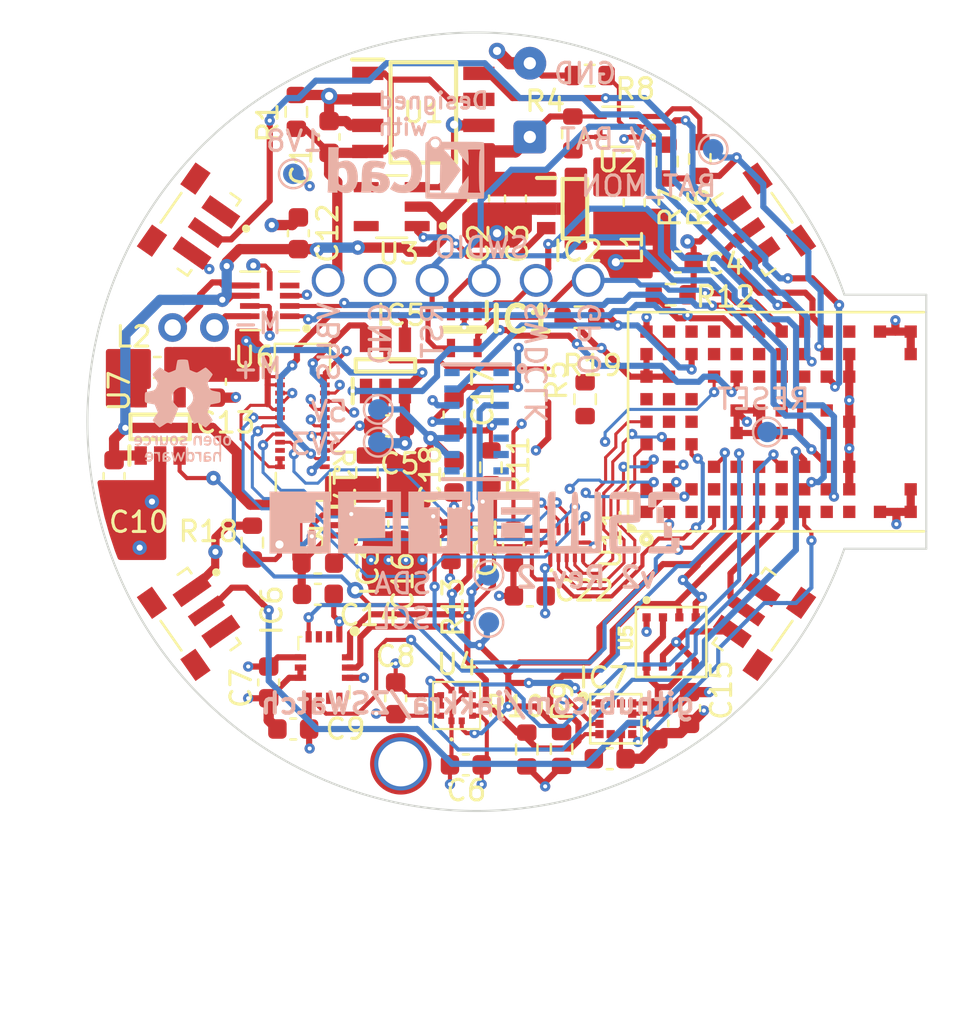
<source format=kicad_pcb>
(kicad_pcb (version 20221018) (generator pcbnew)
  (layers (0 "F.Cu" signal) (1 "In1.Cu" power "GND") (2 "In2.Cu" power "PWR") (31 "B.Cu" signal) (34 "B.Paste" user) (35 "F.Paste" user) (36 "B.SilkS" user "B.Silkscreen") (37 "F.SilkS" user "F.Silkscreen") (38 "B.Mask" user) (39 "F.Mask" user) (44 "Edge.Cuts" user))
  (net 0 "")
  (net 1 "VBUS")
  (net 2 "GND")
  (net 3 "V_BAT")
  (net 4 "+1V8")
  (net 5 "DISPLAY_3V3")
  (net 6 "+5V")
  (net 7 "5V_REG_EN")
  (net 8 "SCL_ANNA")
  (net 9 "LEDK2")
  (net 10 "/~{RESET_BAT_SUP}")
  (net 11 "LEDK1")
  (net 12 "SDA_ANNA")
  (net 19 "MAX30_INT")
  (net 22 "BAT_MON")
  (net 23 "BAT_MON_EN")
  (net 24 "DISPLAY_EN")
  (net 25 "DISPLAY_BLK")
  (net 27 "DISPLAY_DATA")
  (net 28 "DISPLAY_CS")
  (net 29 "DRV_VIB_PWM")
  (net 30 "DISPLAY_DC")
  (net 31 "DRV_VIB_EN")
  (net 32 "DISPLAY_CLK")
  (net 33 "INT2_LIS")
  (net 34 "INT1_LIS")
  (net 35 "CHG")
  (net 38 "/MOTOR_OUT+")
  (net 39 "/MOTOR_OUT-")
  (net 42 "/G2")
  (net 43 "/D2")
  (net 44 "/LX_3V3")
  (net 49 "/SW")
  (net 50 "/TPS_FB")
  (net 51 "SWDIO")
  (net 52 "SWDCLK")
  (net 53 "RESET_N")
  (net 54 "BTN_1")
  (net 56 "BTN_4")
  (net 58 "BTN_2")
  (net 59 "/LX_18")
  (net 63 "BTN_3")
  (net 72 "TOUCH_RST")
  (net 75 "TOUCH_INT")
  (net 76 "TOUCH_SDA")
  (net 78 "DISPLAY_RST")
  (net 82 "TOUCH_SCL")
  (net 85 "/TOUCH_HIGH_RST-SDA")
  (net 86 "/TOUCH_HIGH_SDA-SCL")
  (net 87 "/TOUCH_HIGH_SCL-CS")
  (net 88 "/TOUCH_HIGH_INT-DC")
  (net 91 "UART_TX")
  (net 96 "/ISET")
  (net 104 "BMP581_INT")
  (net 110 "LIS2MDL_INT")
  (net 113 "/C1")
  (footprint "Resistor_SMD:R_0603_1608Metric" (layer "F.Cu") (at 96.65 106.375 -90)
    (fp_text reference "R13")
    (fp_text value "100k")
  )
  (footprint "Capacitor_SMD:C_0603_1608Metric" (layer "F.Cu") (at 99.8 89.5 -90)
    (fp_text reference "C3")
    (fp_text value "10uF")
  )
  (footprint "SamacSys_Parts:BMP581" (layer "F.Cu") (at 96.925 114.25 90)
    (fp_text reference "U4")
    (fp_text value "BMP581" hide)
  )
  (footprint "SamacSys_Parts:HPA01164RUTR" (layer "F.Cu") (at 102.3 106.3)
    (fp_text reference "U11")
    (fp_text value "TXB0104QRUTRQ1/NTS0104GU12" hide)
  )
  (footprint "Capacitor_SMD:C_0603_1608Metric" (layer "F.Cu") (at 87.75 113.125 -90)
    (fp_text reference "C7")
    (fp_text value "0.1uF")
  )
  (footprint "Capacitor_SMD:C_0603_1608Metric" (layer "F.Cu") (at 93.625 100.6)
    (fp_text reference "C5")
    (fp_text value "1uF")
  )
  (footprint "Capacitor_SMD:C_0603_1608Metric" (layer "F.Cu") (at 96.8 100.05 90)
    (fp_text reference "C17")
    (fp_text value "1uF")
  )
  (footprint "SamacSys_Parts:QFN50P300X250X87-14N" (layer "F.Cu") (at 90.45 112.4 -90)
    (fp_text reference "IC6")
    (fp_text value "BMI270" hide)
  )
  (footprint "user_library:SW_SKRTLAE010" (layer "F.Cu") (at 83.971475 90.649201 -125)
    (fp_text reference "S3" hide)
    (fp_text value "SKRTLAE010")
  )
  (footprint "Capacitor_SMD:C_0603_1608Metric" (layer "F.Cu") (at 97.375 117.15)
    (fp_text reference "C6")
    (fp_text value "0.1uF")
  )
  (footprint "Resistor_SMD:R_0603_1608Metric" (layer "F.Cu") (at 103.425 83.5)
    (fp_text reference "R8")
    (fp_text value "1M0")
  )
  (footprint "Capacitor_SMD:C_0603_1608Metric" (layer "F.Cu") (at 100.5 108.9)
    (fp_text reference "C22")
    (fp_text value "0.1uF")
  )
  (footprint "SamacSys_Parts:SOTFL50P160X60-6N" (layer "F.Cu") (at 91.75 105.45)
    (fp_text reference "IC3")
    (fp_text value "TPS61023DRLT" hide)
  )
  (footprint "Connector_Wire:SolderWire-0.1sqmm_1x02_P3.6mm_D0.4mm_OD1mm" (layer "F.Cu") (at 100.5 86.5 90)
    (fp_text reference "BT1" hide)
    (fp_text value "Battery pack")
  )
  (footprint "user_library:SW_SKRTLAE010" (layer "F.Cu") (at 111.822645 90.649201 125)
    (fp_text reference "S2" hide)
    (fp_text value "SKRTLAE010")
  )
  (footprint "Capacitor_SMD:C_0603_1608Metric" (layer "F.Cu") (at 90.15 108.825)
    (fp_text reference "C14")
    (fp_text value "10uF")
  )
  (footprint "MountingHole:MountingHole_2.2mm_M2_DIN965_Pad_TopOnly" (layer "F.Cu") (at 94.2 117.1)
    (fp_text reference "H1" hide)
    (fp_text value "MountingHole")
  )
  (footprint "Capacitor_SMD:C_0603_1608Metric" (layer "F.Cu") (at 89.2 91.2 -90)
    (fp_text reference "C12")
    (fp_text value "0.1uF")
  )
  (footprint "Resistor_SMD:R_0603_1608Metric" (layer "F.Cu") (at 92.55 102.875 90)
    (fp_text reference "R17")
    (fp_text value "732k")
  )
  (footprint "Resistor_SMD:R_0603_1608Metric" (layer "F.Cu") (at 107.375 94.2)
    (fp_text reference "R12")
    (fp_text value "100k")
  )
  (footprint "Capacitor_SMD:C_0603_1608Metric" (layer "F.Cu") (at 94.1 105.375 -90)
    (fp_text reference "C16")
    (fp_text value "47uF")
  )
  (footprint "Capacitor_SMD:C_0603_1608Metric" (layer "F.Cu") (at 104.4 116.85)
    (fp_text reference "C11" hide)
    (fp_text value "220nF")
  )
  (footprint "user_library:IC_BME688" (layer "F.Cu") (at 107.4 111.15 90)
    (fp_text reference "U5")
    (fp_text value "BME688")
  )
  (footprint "Resistor_SMD:R_0603_1608Metric" (layer "F.Cu") (at 89.1 85.275 90)
    (fp_text reference "R1")
    (fp_text value "10k")
  )
  (footprint "user_library:ER-24F24-04" (layer "F.Cu") (at 89.397056 100.4 90)
    (fp_text reference "U13" hide)
    (fp_text value "GC9A01A_CST816S")
  )
  (footprint "user_library:DRV2603RUNT" (layer "F.Cu") (at 87.8 94.5 180)
    (fp_text reference "U6")
    (fp_text value "DRV2603RUNT" hide)
  )
  (footprint "user_library:SOT95P275X110-5N" (layer "F.Cu") (at 93.755 89.9 180)
    (fp_text reference "U3")
    (fp_text value "NCV300LSN36T1G")
  )
  (footprint "SamacSys_Parts:SOT95P280X130-5N" (layer "F.Cu") (at 82.45 100.65 90)
    (fp_text reference "U7")
    (fp_text value "XC9265A331MR-G" hide)
  )
  (footprint "user_library:DMC2400UV-7" (layer "F.Cu") (at 104.8 86 180)
    (fp_text reference "U2")
    (fp_text value "DMC2400UV-7" hide)
  )
  (footprint "Capacitor_SMD:C_0603_1608Metric" (layer "F.Cu") (at 96.8 103.075 -90)
    (fp_text reference "C18")
    (fp_text value "1uF")
  )
  (footprint "SamacSys_Parts:LGA-12" (layer "F.Cu") (at 104.7 114.9)
    (fp_text reference "IC7")
    (fp_text value "LIS2MDLTR" hide)
  )
  (footprint "SamacSys_Parts:SOT95P280X130-5N" (layer "F.Cu") (at 102.7 90)
    (fp_text reference "IC2")
    (fp_text value "XC9265C181MR-G" hide)
  )
  (footprint "user_library:SW_SKRTLAE010" (layer "F.Cu") (at 83.971475 110.150799 -55)
    (fp_text reference "S1" hide)
    (fp_text value "SKRTLAE010")
  )
  (footprint "Capacitor_SMD:C_0603_1608Metric" (layer "F.Cu") (at 106.75 115.125 90)
    (fp_text reference "C19" hide)
    (fp_text value "0.1uF")
  )
  (footprint "Resistor_SMD:R_0603_1608Metric" (layer "F.Cu") (at 107.2 87.7 90)
    (fp_text reference "R7")
    (fp_text value "220k")
  )
  (footprint "Capacitor_SMD:C_0603_1608Metric" (layer "F.Cu") (at 85.15 98.45 -90)
    (fp_text reference "C13")
    (fp_text value "22uF")
  )
  (footprint "SamacSys_Parts:SOT95P280X110-6N" (layer "F.Cu") (at 93.45 97.65 90)
    (fp_text reference "IC5")
    (fp_text value "FAN5622SX" hide)
  )
  (footprint "user_library:SW_SKRTLAE010" (layer "F.Cu") (at 111.822645 110.150799 55)
    (fp_text reference "S4" hide)
    (fp_text value "SKRTLAE010")
  )
  (footprint "Resistor_SMD:R_0603_1608Metric" (layer "F.Cu") (at 102.05 116.375 -90)
    (fp_text reference "R9")
    (fp_text value "4.7k")
  )
  (footprint "Capacitor_SMD:C_0603_1608Metric" (layer "F.Cu") (at 99.7 106.5 90)
    (fp_text reference "C21")
    (fp_text value "0.1uF")
  )
  (footprint "Capacitor_SMD:C_0603_1608Metric" (layer "F.Cu") (at 90.7 86.5 90)
    (fp_text reference "C1")
    (fp_text value "4.7uF")
  )
  (footprint "Capacitor_SMD:C_0603_1608Metric" (layer "F.Cu") (at 107.725 92.6)
    (fp_text reference "C4")
    (fp_text value "22uF")
  )
  (footprint "Resistor_SMD:R_0603_1608Metric" (layer "F.Cu") (at 100.35 116.4 -90)
    (fp_text reference "R10")
    (fp_text value "4.7k")
  )
  (footprint "Resistor_SMD:R_0603_1608Metric" (layer "F.Cu") (at 108.8 87.575 -90)
    (fp_text reference "R6")
    (fp_text value "1M5")
  )
  (footprint "Inductor_SMD:L_0603_1608Metric" (layer "F.Cu") (at 105.6 89.7 -90)
    (fp_text reference "L1")
    (fp_text value "10uH")
  )
  (footprint "Inductor_SMD:L_0603_1608Metric" (layer "F.Cu") (at 82.3125 97.75)
    (fp_text reference "L2")
    (fp_text value "10uH")
  )
  (footprint "Resistor_SMD:R_0603_1608Metric" (layer "F.Cu") (at 102.925 95.3)
    (fp_text reference "R19")
    (fp_text value "4.7k")
  )
  (footprint "Resistor_SMD:R_0603_1608Metric" (layer "F.Cu") (at 102.6 86.325 -90)
    (fp_text reference "R4")
    (fp_text value "1M0")
  )
  (footprint "Capacitor_SMD:C_0603_1608Metric" (layer "F.Cu") (at 108.3 114.375 -90)
    (fp_text reference "C15")
    (fp_text value "10uF")
  )
  (footprint "Capacitor_SMD:C_0603_1608Metric" (layer "F.Cu") (at 98 89.5 90)
    (fp_text reference "C2")
    (fp_text value "2.2uF")
  )
  (footprint "user_library:NORA_LGA82R_1430X1040X180_ANT" (layer "F.Cu") (at 111.697056 100.4)
    (fp_text reference "U10" hide)
    (fp_text value "0_NORA-B106" hide)
  )
  (footprint "user_library:TestPoint_2Pads_Pitch2.54mm_Drill0.8mm" (layer "F.Cu") (at 85.1 95.8 180)
    (fp_text reference "M1" hide)
    (fp_text value "Vibrator DC Motor")
  )
  (footprint "Resistor_SMD:R_0603_1608Metric" (layer "F.Cu") (at 86.95 106.3 -90)
    (fp_text reference "R18")
    (fp_text value "100k")
  )
  (footprint "Capacitor_SMD:C_0603_1608Metric" (layer "F.Cu") (at 88.95 115.4)
    (fp_text reference "C9")
    (fp_text value "0.1uF")
  )
  (footprint "Inductor_SMD:L_0603_1608Metric" (layer "F.Cu") (at 90.15 107.3)
    (fp_text reference "L3")
    (fp_text value "1uH")
  )
  (footprint "Resistor_SMD:R_0603_1608Metric" (layer "F.Cu") (at 103.2 99.3 90)
    (fp_text reference "R5")
    (fp_text value "10k")
  )
  (footprint "SamacSys_Parts:SOIC127P600X175-8N" (layer "F.Cu") (at 95.3 85.3)
    (fp_text reference "U1")
    (fp_text value "MAX1811ESA+" hide)
  )
  (footprint "SamacSys_Parts:SOT65P210X110-5L" (layer "F.Cu") (at 97.3 95.9 -90)
    (fp_text reference "IC1")
    (fp_text value "ESDALC6V1W5" hide)
  )
  (footprint "Capacitor_SMD:C_0603_1608Metric" (layer "F.Cu") (at 80.2 103.05 -90)
    (fp_text reference "C10")
    (fp_text value "10uF")
  )
  (footprint "Resistor_SMD:R_0603_1608Metric" (layer "F.Cu") (at 98.6 102.625 90)
    (fp_text reference "R11")
    (fp_text value "100k")
  )
  (footprint "Capacitor_SMD:C_0603_1608Metric" (layer "F.Cu") (at 93.95 113.9 -90)
    (fp_text reference "C8")
    (fp_text value "0.1uF")
  )
  (footprint "TestPoint:TestPoint_Pad_D1.0mm" (layer "B.Cu") (at 112.1 100.9 180)
    (fp_text reference "TP12" hide)
    (fp_text value "MR")
  )
  (footprint "LOGO" (layer "B.Cu") (at 94.337522 87.903242 180)
    (fp_text reference "G***" hide)
    (fp_text value "LOGO" hide)
  )
  (footprint "user_library:rtlecs-6-pin-2-54" (layer "B.Cu") (at 97 93.5 180)
    (fp_text reference "J2" hide)
    (fp_text value "Charger and programming header (Placeholder)")
  )
  (footprint "TestPoint:TestPoint_Pad_D1.0mm" (layer "B.Cu") (at 98.5 110.2 180)
    (fp_text reference "TP9" hide)
    (fp_text value "MR")
  )
  (footprint "SamacSys_Parts:14-LEAD-OESIP" (layer "B.Cu") (at 97.897056 100.4 180)
    (fp_text reference "IC4" hide)
    (fp_text value "MAX30101EFD+T" hide)
  )
  (footprint "TestPoint:TestPoint_Pad_D1.0mm" (layer "B.Cu") (at 88.95 88.3 180)
    (fp_text reference "TP8" hide)
    (fp_text value "1V8")
  )
  (footprint "LOGO" (layer "B.Cu") (at 83.55 99.85 180)
    (fp_text reference "G***" hide)
    (fp_text value "LOGO" hide)
  )
  (footprint "TestPoint:TestPoint_Pad_D1.0mm" (layer "B.Cu") (at 109.45 87.1 180)
    (fp_text reference "TP3" hide)
    (fp_text value "BAT_MON")
  )
  (footprint "TestPoint:TestPoint_Pad_D1.0mm" (layer "B.Cu") (at 98.5 107.9 180)
    (fp_text reference "TP10" hide)
    (fp_text value "MR")
  )
  (footprint "LOGO" (layer "B.Cu") (at 97.825 105.3 180)
    (fp_text reference "G***" hide)
    (fp_text value "LOGO" hide)
  )
  (footprint "TestPoint:TestPoint_Pad_D1.0mm" (layer "B.Cu") (at 93.1 101.4 180)
    (fp_text reference "TP11" hide)
    (fp_text value "MR")
  )
  (footprint "TestPoint:TestPoint_Pad_D1.0mm" (layer "B.Cu") (at 93.1 99.8 180)
    (fp_text reference "TP1" hide)
    (fp_text value "MR")
  )
  (gr_line (start 115.857011 94.2) (end 119.857011 94.2) (stroke (width 0.1)) (layer "Edge.Cuts"))
  (gr_arc (start 115.857011 106.6) (mid 78.897056 100.4) (end 115.857011 94.2) (stroke (width 0.1)) (layer "Edge.Cuts"))
  (gr_line (start 119.857011 106.6) (end 115.857011 106.6) (stroke (width 0.1)) (layer "Edge.Cuts"))
  (gr_line (start 119.857011 94.2) (end 119.857011 106.6) (stroke (width 0.1)) (layer "Edge.Cuts"))
  (gr_text "SDA" (at 94.3 108.3) (layer "B.SilkS") (effects (font (size 1 1) (thickness 0.154)) (justify mirror)))
  (gr_text "5V" (at 90.7 99.9) (layer "B.SilkS") (effects (font (size 1 1) (thickness 0.154)) (justify mirror)))
  (gr_text "GND" (at 103.2 83.4) (layer "B.SilkS") (effects (font (size 1 1) (thickness 0.154)) (justify mirror)))
  (gr_text "SCL" (at 94.3 110) (layer "B.SilkS") (effects (font (size 1 1) (thickness 0.154)) (justify mirror)))
  (gr_text "RESET" (at 111.9 99.3) (layer "B.SilkS") (effects (font (size 1 1) (thickness 0.154)) (justify mirror)))
  (gr_text "Designed\nwith" (at 93 85.375) (layer "B.SilkS") (effects (font (size 0.8 0.8)) (justify right mirror)))
  (gr_text "BAT_MON" (at 106.3 88.9) (layer "B.SilkS") (effects (font (size 1 1) (thickness 0.154)) (justify mirror)))
  (gr_text "GND" (at 93.2 96.1 90) (layer "B.SilkS") (effects (font (size 1 1) (thickness 0.154)) (justify mirror)))
  (gr_text "SWDIO" (at 98.15 91.9) (layer "B.SilkS") (effects (font (size 1 1) (thickness 0.154)) (justify mirror)))
  (gr_text "3V3" (at 90.2 101.5) (layer "B.SilkS") (effects (font (size 1 1) (thickness 0.154)) (justify mirror)))
  (gr_text "VBUS" (at 90.7 96.5 90) (layer "B.SilkS") (effects (font (size 1 1) (thickness 0.154)) (justify mirror)))
  (gr_text "M+" (at 87.2 97.8) (layer "B.SilkS") (effects (font (size 1 1) (thickness 0.154)) (justify mirror)))
  (gr_text "v2 Rev 2" (at 103.25 108) (layer "B.SilkS") (effects (font (size 1 1) (thickness 0.2)) (justify mirror)))
  (gr_text "V_BAT" (at 104.1 86.6) (layer "B.SilkS") (effects (font (size 1 1) (thickness 0.154)) (justify mirror)))
  (gr_text "GPIO" (at 103.45 96.35 90) (layer "B.SilkS") (effects (font (size 1 1) (thickness 0.154)) (justify mirror)))
  (gr_text "github.com/jakkra/ZSWatch" (at 97.95 114.15) (layer "B.SilkS") (effects (font (size 1 1) (thickness 0.2)) (justify mirror)))
  (gr_text "SWDCLK" (at 100.85 97.5 90) (layer "B.SilkS") (effects (font (size 1 1) (thickness 0.154)) (justify mirror)))
  (gr_text "1V8" (at 89 86.7) (layer "B.SilkS") (effects (font (size 1 1) (thickness 0.154)) (justify mirror)))
  (gr_text "RST" (at 95.75 95.95 90) (layer "B.SilkS") (effects (font (size 1 1) (thickness 0.154)) (justify mirror)))
  (gr_text "M-" (at 87.2 95.6) (layer "B.SilkS") (effects (font (size 1 1) (thickness 0.154)) (justify mirror)))
  (segment (start 90.7 93.5) (end 91.1 93.1) (width 0.5) (layer "F.Cu") (net 1))
  (segment (start 92.588 83.395) (end 93.395 83.395) (width 0.3) (layer "F.Cu") (net 1))
  (segment (start 93.7 83.7) (end 93.7 86.9) (width 0.3) (layer "F.Cu") (net 1))
  (segment (start 89.1 86.1) (end 89.525 86.1) (width 0.3) (layer "F.Cu") (net 1))
  (segment (start 93.395 87.205) (end 92.588 87.205) (width 0.3) (layer "F.Cu") (net 1))
  (segment (start 92.518 87.275) (end 92.588 87.205) (width 0.5) (layer "F.Cu") (net 1))
  (segment (start 91.1 88.7) (end 90.7 88.3) (width 0.5) (layer "F.Cu") (net 1))
  (segment (start 91.1 93.1) (end 91.1 88.7) (width 0.5) (layer "F.Cu") (net 1))
  (segment (start 96.565 84.665) (end 98.012 84.665) (width 0.3) (layer "F.Cu") (net 1))
  (segment (start 90.7 88.3) (end 90.7 87.275) (width 0.5) (layer "F.Cu") (net 1))
  (segment (start 95.6 83.7) (end 96.565 84.665) (width 0.3) (layer "F.Cu") (net 1))
  (segment (start 93.7 86.9) (end 93.395 87.205) (width 0.3) (layer "F.Cu") (net 1))
  (segment (start 89.525 86.1) (end 90.7 87.275) (width 0.3) (layer "F.Cu") (net 1))
  (segment (start 93.7 83.7) (end 95.6 83.7) (width 0.3) (layer "F.Cu") (net 1))
  (segment (start 90.7 87.275) (end 92.518 87.275) (width 0.5) (layer "F.Cu") (net 1))
  (segment (start 93.395 83.395) (end 93.7 83.7) (width 0.3) (layer "F.Cu") (net 1))
  (segment (start 92.588 84.665) (end 90.865 84.665) (width 0.5) (layer "F.Cu") (net 2))
  (segment (start 116.097059 98.199996) (end 116.097059 99.352941) (width 0.4) (layer "F.Cu") (net 2))
  (segment (start 107 111.8) (end 107.65 111.15) (width 0.3) (layer "F.Cu") (net 2))
  (segment (start 117.597056 104.799998) (end 118.450002 104.799998) (width 0.4) (layer "F.Cu") (net 2))
  (segment (start 87.75 114.975) (end 88.175 115.4) (width 0.5) (layer "F.Cu") (net 2))
  (segment (start 102.6 83.5) (end 101.1 83.5) (width 0.3) (layer "F.Cu") (net 2))
  (segment (start 105.95 116.85) (end 105.175 116.85) (width 0.5) (layer "F.Cu") (net 2))
  (segment (start 105.6485 86.499999) (end 105.200001 86.499999) (width 0.2) (layer "F.Cu") (net 2))
  (segment (start 118.4 105.4) (end 118.4 104.85) (width 0.4) (layer "F.Cu") (net 2))
  (segment (start 101.4 101.19876) (end 100.79876 101.8) (width 0.3) (layer "F.Cu") (net 2))
  (segment (start 107.05 115.6) (end 107.85 115.6) (width 0.5) (layer "F.Cu") (net 2))
  (segment (start 92.193798 100.594504) (end 92.005496 100.594504) (width 0.15) (layer "F.Cu") (net 2))
  (segment (start 85.1372 107.5) (end 85.1372 106.7628) (width 0.4) (layer "F.Cu") (net 2))
  (segment (start 110.382777 110.638041) (end 108.161959 110.638041) (width 0.3) (layer "F.Cu") (net 2))
  (segment (start 108.6 112.1) (end 107.65 111.15) (width 0.3) (layer "F.Cu") (net 2))
  (segment (start 105.5 115.15) (end 106 115.15) (width 0.2) (layer "F.Cu") (net 2))
  (segment (start 88.302056 99.4) (end 88.5 99.4) (width 0.15) (layer "F.Cu") (net 2))
  (segment (start 87.8 93) (end 87.5745 92.7745) (width 0.2) (layer "F.Cu") (net 2))
  (segment (start 86.825001 94.75) (end 87.75 94.75) (width 0.2) (layer "F.Cu") (net 2))
  (segment (start 91.525 85.725) (end 90.7 85.725) (width 0.5) (layer "F.Cu") (net 2))
  (segment (start 110.382777 90.161959) (end 110.238041 90.161959) (width 0.3) (layer "F.Cu") (net 2))
  (segment (start 85.1372 107.5) (end 84.006081 108.631119) (width 0.4) (layer "F.Cu") (net 2))
  (segment (start 103.4255 106.3) (end 103.6255 106.5) (width 0.2) (layer "F.Cu") (net 2))
  (segment (start 96.1 88.95) (end 96.8 88.25) (width 0.3) (layer "F.Cu") (net 2))
  (segment (start 89.1 84.45) (end 90.65 84.45) (width 0.5) (layer "F.Cu") (net 2))
  (segment (start 108.5 93.9) (end 108.5 92.6) (width 0.3) (layer "F.Cu") (net 2))
  (segment (start 96.65 108) (end 96.6 108.05) (width 0.2) (layer "F.Cu") (net 2))
  (segment (start 87.8 95.474999) (end 87.8 96.2) (width 0.2) (layer "F.Cu") (net 2))
  (segment (start 99.5 82.9) (end 98.9 82.3) (width 0.6) (layer "F.Cu") (net 2))
  (segment (start 118.349998 95.999998) (end 117.597056 95.999998) (width 0.4) (layer "F.Cu") (net 2))
  (segment (start 97.7 114.75) (end 98.1 114.75) (width 0.2) (layer "F.Cu") (net 2))
  (segment (start 85.1372 106.7628) (end 85.15 106.75) (width 0.4) (layer "F.Cu") (net 2))
  (segment (start 106.75 115.9) (end 106.75 116.05) (width 0.5) (layer "F.Cu") (net 2))
  (segment (start 105.6485 86.499999) (end 105.999999 86.499999) (width 0.2) (layer "F.Cu") (net 2))
  (segment (start 110.597056 100.949998) (end 110.597056 99.85) (width 0.3) (layer "F.Cu") (net 2))
  (segment (start 96.8 88.25) (end 96.8 85.9) (width 0.3) (layer "F.Cu") (net 2))
  (segment (start 106.197056 95.999995) (end 106.197056 95.302944) (width 0.3) (layer "F.Cu") (net 2))
  (segment (start 87.75 94.75) (end 87.8 94.8) (width 0.2) (layer "F.Cu") (net 2))
  (segment (start 104.95 115.65) (end 104.95 116.625) (width 0.2) (layer "F.Cu") (net 2))
  (segment (start 98.6 100.630893) (end 98.6495 100.581393) (width 0.2) (layer "F.Cu") (net 2))
  (segment (start 105.999999 86.499999) (end 106.375 86.875) (width 0.2) (layer "F.Cu") (net 2))
  (segment (start 107 112.35) (end 107 111.8) (width 0.3) (layer "F.Cu") (net 2))
  (segment (start 86.125 99.225) (end 86.15 99.2) (width 0.5) (layer "F.Cu") (net 2))
  (segment (start 85.15 99.225) (end 86.125 99.225) (width 0.5) (layer "F.Cu") (net 2))
  (segment (start 99.7 107.275) (end 99.7 108.875) (width 0.3) (layer "F.Cu") (net 2))
  (segment (start 106 115.15) (end 106.75 115.9) (width 0.2) (layer "F.Cu") (net 2))
  (segment (start 108.35 115.15) (end 109 114.5) (width 0.5) (layer "F.Cu") (net 2))
  (segment (start 85.15 106.05) (end 85.725 105.475) (width 0.4) (layer "F.Cu") (net 2))
  (segment (start 106.2 109.95) (end 106.2 110.65) (width 0.3) (layer "F.Cu") (net 2))
  (segment (start 96.65 107.2) (end 96.65 108) (width 0.2) (layer "F.Cu") (net 2))
  (segment (start 90.8 101.8) (end 91 101.6) (width 0.15) (layer "F.Cu") (net 2))
  (segment (start 94.575 113.75) (end 96.15 113.75) (width 0.2) (layer "F.Cu") (net 2))
  (segment (start 116.097059 102.599997) (end 116.097059 101.702941) (width 0.4) (layer "F.Cu") (net 2))
  (segment (start 103.1 106.3) (end 103.4255 106.3) (width 0.2) (layer "F.Cu") (net 2))
  (segment (start 89.615325 94.2005) (end 89.565825 94.25) (width 0.2) (layer "F.Cu") (net 2))
  (segment (start 108.5 91.9) (end 108.2 91.6) (width 0.3) (layer "F.Cu") (net 2))
  (segment (start 98.405893 100.825) (end 98.6495 100.581393) (width 0.3) (layer "F.Cu") (net 2))
  (segment (start 105.200001 86.499999) (end 105.1 86.6) (width 0.2) (layer "F.Cu") (net 2))
  (segment (start 98.012 85.935) (end 96.835 85.935) (width 0.5) (layer "F.Cu") (net 2))
  (segment (start 99.725 108.9) (end 99 108.9) (width 0.3) (layer "F.Cu") (net 2))
  (segment (start 93.95 113.125) (end 94.575 113.75) (width 0.2) (layer "F.Cu") (net 2))
  (segment (start 92.005496 100.594504) (end 91 101.6) (width 0.15) (layer "F.Cu") (net 2))
  (segment (start 107.85 115.6) (end 108.3 115.15) (width 0.5) (layer "F.Cu") (net 2))
  (segment (start 108.6 112.35) (end 108.6 112.1) (width 0.3) (layer "F.Cu") (net 2))
  (segment (start 85.725 105.475) (end 86.95 105.475) (width 0.4) (layer "F.Cu") (net 2))
  (segment (start 116.097059 98.199996) (end 116.097059 97.099995) (width 0.4) (layer "F.Cu") (net 2))
  (segment (start 110.238041 90.161959) (end 108.8 91.6) (width 0.3) (layer "F.Cu") (net 2))
  (segment (start 96.835 85.935) (end 96.8 85.9) (width 0.5) (layer "F.Cu") (net 2))
  (segment (start 100.5 82.9) (end 99.5 82.9) (width 0.6) (layer "F.Cu") (net 2))
  (segment (start 90.7 85.725) (end 90.7 84.5) (width 0.5) (layer "F.Cu") (net 2))
  (segment (start 88.75 112.9) (end 87.75 113.9) (width 0.3) (layer "F.Cu") (net 2))
  (segment (start 108.161959 110.638041) (end 107.65 111.15) (width 0.3) (layer "F.Cu") (net 2))
  (segment (start 116.097059 101.697059) (end 116.1 101.7) (width 0.4) (layer "F.Cu") (net 2))
  (segment (start 92.85 100.6) (end 92.199294 100.6) (width 0.3) (layer "F.Cu") (net 2))
  (segment (start 110.597056 99.85) (end 111.697056 99.85) (width 0.3) (layer "F.Cu") (net 2))
  (segment (start 106.75 116.05) (end 105.95 116.85) (width 0.5) (layer "F.Cu") (net 2))
  (segment (start 89.565825 94.25) (end 88.774999 94.25) (width 0.2) (layer "F.Cu") (net 2))
  (segment (start 119.097056 95.999998) (end 118.349998 95.999998) (width 0.4) (layer "F.Cu") (net 2))
  (segment (start 108.8 91.6) (end 108.2 91.6) (width 0.3) (layer "F.Cu") (net 2))
  (segment (start 99.7 108.875) (end 99.725 108.9) (width 0.3) (layer "F.Cu") (net 2))
  (segment (start 89.2 90.425) (end 89.2 90.5) (width 0.5) (layer "F.Cu") (net 2))
  (segment (start 101.1 83.5) (end 100.5 82.9) (width 0.3) (layer "F.Cu") (net 2))
  (segment (start 89.3 112.4) (end 89.3 112.9) (width 0.3) (layer "F.Cu") (net 2))
  (segment (start 101.4 99.45) (end 101.4 101.19876) (width 0.3) (layer "F.Cu") (net 2))
  (segment (start 92.199294 100.6) (end 92.193798 100.594504) (width 0.3) (layer "F.Cu") (net 2))
  (segment (start 108.2 94.2) (end 108.5 93.9) (width 0.3) (layer "F.Cu") (net 2))
  (segment (start 97.3 95) (end 97.3 95.7995) (width 0.25) (layer "F.Cu") (net 2))
  (segment (start 90.65 84.45) (end 90.7 84.5) (width 0.5) (layer "F.Cu") (net 2))
  (segment (start 90.492056 101.4) (end 90.8 101.4) (width 0.15) (layer "F.Cu") (net 2))
  (segment (start 107.297056 103.699997) (end 107.650776 103.346277) (width 0.3) (layer "F.Cu") (net 2))
  (segment (start 87.5745 92.7745) (end 87 92.7745) (width 0.2) (layer "F.Cu") (net 2))
  (segment (start 84.7872 92.95) (end 84.006081 92.168881) (width 0.3) (layer "F.Cu") (net 2))
  (segment (start 106.197056 95.999995) (end 107.297056 97.099995) (width 0.3) (layer "F.Cu") (net 2))
  (segment (start 98.6 101.8) (end 98.6 100.630893) (width 0.2) (layer "F.Cu") (net 2))
  (segment (start 110.597056 100.949998) (end 111.697056 100.949998) (width 0.3) (layer "F.Cu") (net 2))
  (segment (start 90.925 109.875) (end 91.2 110.15) (width 0.25) (layer "F.Cu") (net 2))
  (segment (start 104.95 116.625) (end 105.175 116.85) (width 0.2) (layer "F.Cu") (net 2))
  (segment (start 111.697056 100.949998) (end 111.697056 99.85) (width 0.3) (layer "F.Cu") (net 2))
  (segment (start 118.450002 104.799998) (end 119.097056 104.799998) (width 0.4) (layer "F.Cu") (net 2))
  (segment (start 116.097059 102.599997) (end 116.097059 103.699997) (width 0.4) (layer "F.Cu") (net 2))
  (segment (start 90.865 84.665) (end 90.7 84.5) (width 0.5) (layer "F.Cu") (net 2))
  (segment (start 110.597056 99.897056) (end 111.1 100.4) (width 0.3) (layer "F.Cu") (net 2))
  (segment (start 110.597056 99.85) (end 110.597056 99.897056) (width 0.3) (layer "F.Cu") (net 2))
  (segment (start 96.8 100.825) (end 98.405893 100.825) (width 0.3) (layer "F.Cu") (net 2))
  (segment (start 106.197056 95.302944) (end 106.2 95.3) (width 0.3) (layer "F.Cu") (net 2))
  (segment (start 119.097056 97.099998) (end 119.097056 95.999998) (width 0.4) (layer "F.Cu") (net 2))
  (segment (start 93.45 100) (end 92.85 100.6) (width 0.3) (layer "F.Cu") (net 2))
  (segment (start 86.75 113.9) (end 87.75 113.9) (width 0.3) (layer "F.Cu") (net 2))
  (segment (start 118.349998 95.450002) (end 118.35 95.45) (width 0.4) (layer "F.Cu") (net 2))
  (segment (start 93.95 113.125) (end 93.95 112.2) (width 0.2) (layer "F.Cu") (net 2))
  (segment (start 106.75 115.9) (end 107.05 115.6) (width 0.5) (layer "F.Cu") (net 2))
  (segment (start 89.3 112.9) (end 88.75 112.9) (width 0.3) (layer "F.Cu") (net 2))
  (segment (start 88.9 90.8) (end 87.9 90.8) (width 0.5) (layer "F.Cu") (net 2))
  (segment (start 98.1 114.75) (end 98.4 115.05) (width 0.2) (layer "F.Cu") (net 2))
  (segment (start 106.197056 104.799998) (end 107.297056 103.699997) (width 0.3) (layer "F.Cu") (net 2))
  (segment (start 91.2 110.9) (end 91.2 110.15) (width 0.3) (layer "F.Cu") (net 2))
  (segment (start 87.75 113.9) (end 87.75 114.975) (width 0.5) (layer "F.Cu") (net 2))
  (segment (start 87.8 94.8) (end 87.8 95.474999) (width 0.2) (layer "F.Cu") (net 2))
  (segment (start 88.302056 99) (end 88.9 99) (width 0.15) (layer "F.Cu") (net 2))
  (segment (start 90.925 108.825) (end 90.925 109.875) (width 0.25) (layer "F.Cu") (net 2))
  (segment (start 108.5 92.6) (end 108.5 91.9) (width 0.3) (layer "F.Cu") (net 2))
  (segment (start 96.15 113.75) (end 96.15 114.25) (width 0.2) (layer "F.Cu") (net 2))
  (segment (start 90.8 101.4) (end 91 101.6) (width 0.15) (layer "F.Cu") (net 2))
  (segment (start 93.45 98.9) (end 93.45 100) (width 0.3) (layer "F.Cu") (net 2))
  (segment (start 116.097059 101.702941) (end 116.1 101.7) (width 0.4) (layer "F.Cu") (net 2))
  (segment (start 96.8 103.85) (end 96.8 104.55) (width 0.3) (layer "F.Cu") (net 2))
  (segment (start 85.15 106.05) (end 85.15 106.75) (width 0.4) (layer "F.Cu") (net 2))
  (segment (start 118.4 104.85) (end 118.450002 104.799998) (width 0.4) (layer "F.Cu") (net 2))
  (segment (start 119.097056 104.799998) (end 119.097056 103.7) (width 0.4) (layer "F.Cu") (net 2))
  (segment (start 106.375 86.875) (end 107.2 86.875) (width 0.2) (layer "F.Cu") (net 2))
  (segment (start 90.492056 101.8) (end 90.8 101.8) (width 0.15) (layer "F.Cu") (net 2))
  (segment (start 116.097059 100.399996) (end 116.097059 101.697059) (width 0.4) (layer "F.Cu") (net 2))
  (segment (start 92.588 85.935) (end 91.735 85.935) (width 0.5) (layer "F.Cu") (net 2))
  (segment (start 88.5 99.4) (end 88.9 99) (width 0.15) (layer "F.Cu") (net 2))
  (segment (start 84.85 92.95) (end 84.7872 92.95) (width 0.3) (layer "F.Cu") (net 2))
  (segment (start 95 88.95) (end 96.1 88.95) (width 0.3) (layer "F.Cu") (net 2))
  (segment (start 91.735 85.935) (end 91.525 85.725) (width 0.5) (layer "F.Cu") (net 2))
  (segment (start 116.097059 100.399996) (end 116.097059 99.352941) (width 0.4) (layer "F.Cu") (net 2))
  (segment (start 118.349998 95.999998) (end 118.349998 95.450002) (width 0.4) (layer "F.Cu") (net 2))
  (segment (start 108.3 115.15) (end 108.35 115.15) (width 0.5) (layer "F.Cu") (net 2))
  (segment (start 89.2 90.5) (end 88.9 90.8) (width 0.5) (layer "F.Cu") (net 2))
  (segment (start 87.8 93.525001) (end 87.8 93) (width 0.2) (layer "F.Cu") (net 2))
  (segment (start 98.4 116.9) (end 98.15 117.15) (width 0.2) (layer "F.Cu") (net 2))
  (segment (start 98.4 115.05) (end 98.4 116.9) (width 0.2) (layer "F.Cu") (net 2))
  (segment (start 98.15 117.15) (end 98.15 118.1) (width 0.2) (layer "F.Cu") (net 2))
  (via (at 100.79876 101.8) (size 0.5) (drill 0.2) (layers "F.Cu" "B.Cu") (net 2))
  (via (at 91.2 110.15) (size 0.5) (drill 0.2) (layers "F.Cu" "B.Cu") (net 2))
  (via (at 96.8 104.55) (size 0.5) (drill 0.2) (layers "F.Cu" "B.Cu") (net 2))
  (via (at 106.2 95.3) (size 0.5) (drill 0.2) (layers "F.Cu" "B.Cu") (net 2))
  (via (at 84.85 92.95) (size 0.5) (drill 0.2) (layers "F.Cu" "B.Cu") (net 2))
  (via (at 107.65 111.15) (size 0.5) (drill 0.2) (layers "F.Cu" "B.Cu") (net 2))
  (via (at 116.097059 99.352941) (size 0.5) (drill 0.2) (layers "F.Cu" "B.Cu") (net 2))
  (via (at 88.9 99) (size 0.5) (drill 0.2) (layers "F.Cu" "B.Cu") (net 2))
  (via (at 86.75 113.9) (size 0.5) (drill 0.2) (layers "F.Cu" "B.Cu") (net 2))
  (via (at 89.615325 94.2005) (size 0.5) (drill 0.2) (layers "F.Cu" "B.Cu") (net 2))
  (via (at 96.8 85.9) (size 0.8) (drill 0.4) (layers "F.Cu" "B.Cu") (net 2))
  (via (at 93.95 112.2) (size 0.5) (drill 0.2) (layers "F.Cu" "B.Cu") (net 2))
  (via (at 87.8 96.2) (size 0.5) (drill 0.2) (layers "F.Cu" "B.Cu") (net 2))
  (via (at 95.25 107.15) (size 0.5) (drill 0.2) (layers "F.Cu" "B.Cu") (net 2))
  (via (at 118.35 95.45) (size 0.5) (drill 0.2) (layers "F.Cu" "B.Cu") (net 2))
  (via (at 107.650776 103.346277) (size 0.5) (drill 0.2) (layers "F.Cu" "B.Cu") (net 2))
  (via (at 95.75 99.35) (size 0.5) (drill 0.2) (layers "F.Cu" "B.Cu") (net 2))
  (via (at 98.15 118.1) (size 0.5) (drill 0.2) (layers "F.Cu" "B.Cu") (net 2))
  (via (at 93.6 107.15) (size 0.5) (drill 0.2) (layers "F.Cu" "B.Cu") (net 2))
  (via (at 96.6 108.05) (size 0.5) (drill 0.2) (layers "F.Cu" "B.Cu") (net 2))
  (via (at 116.1 101.7) (size 0.5) (drill 0.2) (layers "F.Cu" "B.Cu") (net 2))
  (via (at 92.193798 100.594504) (size 0.5) (drill 0.2) (layers "F.Cu" "B.Cu") (net 2))
  (via (at 98.9 82.3) (size 0.8) (drill 0.4) (layers "F.Cu" "B.Cu") (net 2))
  (via (at 81.45 106.55) (size 0.7) (drill 0.3) (layers "F.Cu" "B.Cu") (net 2))
  (via (at 86.15 99.2) (size 0.5) (drill 0.2) (layers "F.Cu" "B.Cu") (net 2))
  (via (at 94.45 107.15) (size 0.5) (drill 0.2) (layers "F.Cu" "B.Cu") (net 2))
  (via (at 98.6495 100.581393) (size 0.5) (drill 0.2) (layers "F.Cu" "B.Cu") (net 2))
  (via (at 108.2 91.6) (size 0.7) (drill 0.3) (layers "F.Cu" "B.Cu") (net 2))
  (via (at 111.1 100.4) (size 0.5) (drill 0.2) (layers "F.Cu" "B.Cu") (net 2))
  (via (at 82.05 104.3) (size 0.7) (drill 0.3) (layers "F.Cu" "B.Cu") (net 2))
  (via (at 87 92.7745) (size 0.7) (drill 0.3) (layers "F.Cu" "B.Cu") (net 2))
  (via (at 106.2 110.65) (size 0.5) (drill 0.2) (layers "F.Cu" "B.Cu") (net 2))
  (via (at 109 114.5) (size 0.5) (drill 0.2) (layers "F.Cu" "B.Cu") (net 2))
  (via (at 92.75 107.15) (size 0.5) (drill 0.2) (layers "F.Cu" "B.Cu") (net 2))
  (via (at 98.9 91.2) (size 0.8) (drill 0.4) (layers "F.Cu" "B.Cu") (net 2))
  (via (at 87.9 90.8) (size 0.7) (drill 0.3) (layers "F.Cu" "B.Cu") (net 2))
  (via (at 105.1 86.6) (size 0.47) (drill 0.2) (layers "F.Cu" "B.Cu") (net 2))
  (via (at 99 108.9) (size 0.5) (drill 0.2) (layers "F.Cu" "B.Cu") (net 2))
  (via (at 90.7 84.5) (size 0.8) (drill 0.4) (layers "F.Cu" "B.Cu") (net 2))
  (via (at 97.3 95.7995) (size 0.5) (drill 0.2) (layers "F.Cu" "B.Cu") (net 2))
  (via (at 85.15 106.75) (size 0.7) (drill 0.3) (layers "F.Cu" "B.Cu") (net 2))
  (via (at 118.4 105.4) (size 0.5) (drill 0.2) (layers "F.Cu" "B.Cu") (net 2))
  (via (at 103.6255 106.5) (size 0.5) (drill 0.2) (layers "F.Cu" "B.Cu") (net 2))
  (segment (start 96.697056 99.6) (end 96 99.6) (width 0.3) (layer "B.Cu") (net 2))
  (segment (start 96 99.6) (end 95.75 99.35) (width 0.3) (layer "B.Cu") (net 2))
  (segment (start 98.830893 100.4) (end 98.6495 100.581393) (width 0.3) (layer "B.Cu") (net 2))
  (segment (start 99.097056 100.4) (end 98.830893 100.4) (width 0.3) (layer "B.Cu") (net 2))
  (segment (start 86.2 103.8) (end 86.2 101.9) (width 0.5) (layer "F.Cu") (net 3))
  (segment (start 101.5 85.5) (end 100.5 86.5) (width 0.3) (layer "F.Cu") (net 3))
  (segment (start 86.325 91.975) (end 85.7 92.6) (width 0.5) (layer "F.Cu") (net 3))
  (segment (start 80.2 101.25) (end 80.75 100.7) (width 0.5) (layer "F.Cu") (net 3))
  (segment (start 89.15 107.0875) (end 89.15 105.405761) (width 0.5) (layer "F.Cu") (net 3))
  (segment (start 89.3625 107.3) (end 89.3625 108.8125) (width 0.4) (layer "F.Cu") (net 3))
  (segment (start 90.075 91.975) (end 89.2 91.975) (width 0.5) (layer "F.Cu") (net 3))
  (segment (start 94.5 92) (end 94.4 91.9) (width 0.5) (layer "F.Cu") (net 3))
  (segment (start 94.4 91.9) (end 92.1 91.9) (width 0.5) (layer "F.Cu") (net 3))
  (segment (start 89.15 105.405761) (end 88.194239 104.45) (width 0.5) (layer "F.Cu") (net 3))
  (segment (start 98 88.725) (end 96.2 90.525) (width 0.5) (layer "F.Cu") (net 3))
  (segment (start 85.753373 94.446627) (end 85.486671 94.446627) (width 0.3) (layer "F.Cu") (net 3))
  (segment (start 90.1 92) (end 90.075 91.975) (width 0.5) (layer "F.Cu") (net 3))
  (segment (start 88.194239 104.45) (end 86.85 104.45) (width 0.5) (layer "F.Cu") (net 3))
  (segment (start 89.3625 108.8125) (end 89.375 108.825) (width 0.4) (layer "F.Cu") (net 3))
  (segment (start 95.575 89.9) (end 96.2 90.525) (width 0.5) (layer "F.Cu") (net 3))
  (segment (start 86.85 104.45) (end 86.2 103.8) (width 0.5) (layer "F.Cu") (net 3))
  (segment (start 98.012 87.205) (end 99.795 87.205) (width 0.6) (layer "F.Cu") (net 3))
  (segment (start 89.075 107.0125) (end 89.3625 107.3) (width 0.3) (layer "F.Cu") (net 3))
  (segment (start 103.9515 85.500001) (end 102.6 85.5) (width 0.2) (layer "F.Cu") (net 3))
  (segment (start 95.6 92.1) (end 94.6 92.1) (width 0.5) (layer "F.Cu") (net 3))
  (segment (start 86.825001 94.25) (end 85.95 94.25) (width 0.3) (layer "F.Cu") (net 3))
  (segment (start 89.2 91.975) (end 86.325 91.975) (width 0.5) (layer "F.Cu") (net 3))
  (segment (start 86.2 101.9) (end 85 100.7) (width 0.5) (layer "F.Cu") (net 3))
  (segment (start 80.425 102.05) (end 80.2 102.275) (width 0.5) (layer "F.Cu") (net 3))
  (segment (start 89.3625 107.3) (end 89.15 107.0875) (width 0.5) (layer "F.Cu") (net 3))
  (segment (start 85.7 92.6) (end 85.7 92.8) (width 0.5) (layer "F.Cu") (net 3))
  (segment (start 94.6 92.1) (end 94.5 92) (width 0.5) (layer "F.Cu") (net 3))
  (segment (start 90.7125 105.95) (end 89.3625 107.3) (width 0.25) (layer "F.Cu") (net 3))
  (segment (start 95 89.9) (end 95.575 89.9) (width 0.5) (layer "F.Cu") (net 3))
  (segment (start 99.795 87.205) (end 100.5 86.5) (width 0.6) (layer "F.Cu") (net 3))
  (segment (start 85 100.7) (end 80.75 100.7) (width 0.5) (layer "F.Cu") (net 3))
  (segment (start 96.2 91.5) (end 96.2 90.525) (width 0.5) (layer "F.Cu") (net 3))
  (segment (start 95.6 92.1) (end 96.2 91.5) (width 0.5) (layer "F.Cu") (net 3))
  (segment (start 80.2 102.275) (end 80.2 101.25) (width 0.5) (layer "F.Cu") (net 3))
  (segment (start 81.5 102.05) (end 80.425 102.05) (width 0.5) (layer "F.Cu") (net 3))
  (segment (start 85.95 94.25) (end 85.753373 94.446627) (width 0.3) (layer "F.Cu") (net 3))
  (segment (start 90.912 105.95) (end 90.7125 105.95) (width 0.25) (layer "F.Cu") (net 3))
  (segment (start 102.6 85.5) (end 101.5 85.5) (width 0.3) (layer "F.Cu") (net 3))
  (via (at 80.75 100.7) (size 0.7) (drill 0.3) (layers "F.Cu" "B.Cu") (net 3))
  (via (at 85.486671 94.446627) (size 0.7) (drill 0.3) (layers "F.Cu" "B.Cu") (net 3))
  (via (at 92.1 91.9) (size 0.7) (drill 0.3) (layers "F.Cu" "B.Cu") (net 3))
  (via (at 90.1 92) (size 0.7) (drill 0.3) (layers "F.Cu" "B.Cu") (net 3))
  (via (at 85.7 92.8) (size 0.7) (drill 0.3) (layers "F.Cu" "B.Cu") (net 3))
  (segment (start 83.603373 94.446627) (end 83.6 94.45) (width 0.5) (layer "B.Cu") (net 3))
  (segment (start 80.75 96.15) (end 80.75 100.7) (width 0.5) (layer "B.Cu") (net 3))
  (segment (start 90.2 91.9) (end 90.1 92) (width 0.5) (layer "B.Cu") (net 3))
  (segment (start 85.486671 94.446627) (end 83.603373 94.446627) (width 0.5) (layer "B.Cu") (net 3))
  (segment (start 85.7 92.8) (end 85.7 94.233298) (width 0.5) (layer "B.Cu") (net 3))
  (segment (start 85.7 94.233298) (end 85.486671 94.446627) (width 0.5) (layer "B.Cu") (net 3))
  (segment (start 92.1 91.9) (end 90.2 91.9) (width 0.5) (layer "B.Cu") (net 3))
  (segment (start 82.45 94.45) (end 80.75 96.15) (width 0.5) (layer "B.Cu") (net 3))
  (segment (start 83.6 94.45) (end 82.45 94.45) (width 0.5) (layer "B.Cu") (net 3))
  (segment (start 101.5 107.4) (end 101.5 106.95) (width 0.2) (layer "F.Cu") (net 4))
  (segment (start 89.7 113.9) (end 89.7 115.375) (width 0.3) (layer "F.Cu") (net 4))
  (segment (start 96.8 99.275) (end 96.8 99.35) (width 0.3) (layer "F.Cu") (net 4))
  (segment (start 89.725 116.325) (end 89.75 116.35) (width 0.3) (layer "F.Cu") (net 4))
  (segment (start 90.492056 98.007944) (end 91.55 96.95) (width 0.2) (layer "F.Cu") (net 4))
  (segment (start 108.3 113.6) (end 109.25 113.6) (width 0.5) (layer "F.Cu") (net 4))
  (segment (start 106.75 113.35) (end 106.75 114.35) (width 0.3) (layer "F.Cu") (net 4))
  (segment (start 97.3755 98.6995) (end 96.8 99.275) (width 0.3) (layer "F.Cu") (net 4))
  (segment (start 107.8 112.35) (end 107.8 112.85) (width 0.3) (layer "F.Cu") (net 4))
  (segment (start 107.3 113.35) (end 106.75 113.35) (width 0.3) (layer "F.Cu") (net 4))
  (segment (start 106.2 111.7) (end 107 110.9) (width 0.3) (layer "F.Cu") (net 4))
  (segment (start 96.6 117.15) (end 96.6 118.1) (width 0.2) (layer "F.Cu") (net 4))
  (segment (start 101.25 118.125) (end 100.35 117.225) (width 0.3) (layer "F.Cu") (net 4))
  (segment (start 93.025 114.675) (end 93 114.65) (width 0.2) (layer "F.Cu") (net 4))
  (segment (start 89.3 111.9) (end 88.2 111.9) (width 0.3) (layer "F.Cu") (net 4))
  (segment (start 90.492056 98.2) (end 90.492056 98.585) (width 0.2) (layer "F.Cu") (net 4))
  (segment (start 107.297056 98.199996) (end 106.197056 98.199996) (width 0.3) (layer "F.Cu") (net 4))
  (segment (start 89.7 115.375) (end 89.725 115.4) (width 0.3) (layer "F.Cu") (net 4))
  (segment (start 101.2396 107.5505) (end 101.3495 107.5505) (width 0.2) (layer "F.Cu") (net 4))
  (segment (start 104 96.8) (end 103.848529 96.8) (width 0.3) (layer "F.Cu") (net 4))
  (segment (start 90.492056 98.2) (end 90.492056 98.007944) (width 0.2) (layer "F.Cu") (net 4))
  (segment (start 105.399996 98.199996) (end 106.197056 98.199996) (width 0.3) (layer "F.Cu") (net 4))
  (segment (start 107.8 112.85) (end 107.3 113.35) (width 0.3) (layer "F.Cu") (net 4))
  (segment (start 97.7 113.75) (end 97.425 113.75) (width 0.2) (layer "F.Cu") (net 4))
  (segment (start 106.75 114.35) (end 107.55 114.35) (width 0.5) (layer "F.Cu") (net 4))
  (segment (start 96.675 115) (end 96.675 114.3625) (width 0.2) (layer "F.Cu") (net 4))
  (segment (start 106.55 114.15) (end 106.75 114.35) (width 0.2) (layer "F.Cu") (net 4))
  (segment (start 96.8 99.35) (end 95.75 100.4) (width 0.3) (layer "F.Cu") (net 4))
  (segment (start 106.2 112.35) (end 106.2 112.8) (width 0.3) (layer "F.Cu") (net 4))
  (segment (start 94.025 114.75) (end 93.95 114.675) (width 0.2) (layer "F.Cu") (net 4))
  (segment (start 96.675 114.3625) (end 97.2875 113.75) (width 0.2) (layer "F.Cu") (net 4))
  (segment (start 96.675 115) (end 96.675 117.075) (width 0.2) (layer "F.Cu") (net 4))
  (segment (start 101.25 118.2) (end 101.25 118.125) (width 0.3) (layer "F.Cu") (net 4))
  (segment (start 106.197056 97.099995) (end 106.197056 98.199996) (width 0.3) (layer "F.Cu") (net 4))
  (segment (start 101.25 109.75) (end 101.25 108.925) (width 0.2) (layer "F.Cu") (net 4))
  (segment (start 101.25 108.925) (end 101.275 108.9) (width 0.2) (layer "F.Cu") (net 4))
  (segment (start 91.6 112.9) (end 92.4 112.9) (width 0.3) (layer "F.Cu") (net 4))
  (segment (start 93.95 114.675) (end 93.025 114.675) (width 0.2) (layer "F.Cu") (net 4))
  (segment (start 101.25 118) (end 102.05 117.2) (width 0.3) (layer "F.Cu") (net 4))
  (segment (start 107 110.9) (end 107 109.95) (width 0.3) (layer "F.Cu") (net 4))
  (segment (start 101.25 118.2) (end 101.25 118) (width 0.3) (layer "F.Cu") (net 4))
  (segment (start 97.425 113.75) (end 97.175 113.5) (width 0.2) (layer "F.Cu") (net 4))
  (segment (start 103.55 115.15) (end 102.35 113.95) (width 0.2) (layer "F.Cu") (net 4))
  (segment (start 97.2875 113.75) (end 97.7 113.75) (width 0.2) (layer "F.Cu") (net 4))
  (segment (start 103.9 115.15) (end 103.55 115.15) (width 0.2) (layer "F.Cu") (net 4))
  (segment (start 96.675 117.075) (end 96.6 117.15) (width 0.2) (layer "F.Cu") (net 4))
  (segment (start 87.75 112.35) (end 86.75 112.35) (width 0.3) (layer "F.Cu") (net 4))
  (segment (start 88.2 111.9) (end 87.75 112.35) (width 0.3) (layer "F.Cu") (net 4))
  (segment (start 107.55 114.35) (end 108.3 113.6) (width 0.5) (layer "F.Cu") (net 4))
  (segment (start 102.348529 95.3) (end 102.1 95.3) (width 0.3) (layer "F.Cu") (net 4))
  (segment (start 106.2 112.35) (end 106.2 111.7) (width 0.3) (layer "F.Cu") (net 4))
  (segment (start 106.2 112.8) (end 106.75 113.35) (width 0.3) (layer "F.Cu") (net 4))
  (segment (start 99.921558 98.6995) (end 97.3755 98.6995) (width 0.3) (layer "F.Cu") (net 4))
  (segment (start 105.5 114.15) (end 106.55 114.15) (width 0.2) (layer "F.Cu") (net 4))
  (segment (start 101.3495 107.5505) (end 101.5 107.4) (width 0.2) (layer "F.Cu") (net 4))
  (segment (start 102.357106 95.3) (end 102.1 95.3) (width 0.3) (layer "F.Cu") (net 4))
  (segment (start 105.5 114.65) (end 106.45 114.65) (width 0.2) (layer "F.Cu") (net 4))
  (segment (start 103.848529 96.8) (end 102.348529 95.3) (width 0.3) (layer "F.Cu") (net 4))
  (segment (start 96.15 114.75) (end 94.025 114.75) (width 0.2) (layer "F.Cu") (net 4))
  (segment (start 102.35 113.95) (end 102.15 113.95) (width 0.2) (layer "F.Cu") (net 4))
  (segment (start 89.725 115.4) (end 89.725 116.325) (width 0.3) (layer "F.Cu") (net 4))
  (segment (start 106.45 114.65) (end 106.75 114.35) (width 0.2) (layer "F.Cu") (net 4))
  (segment (start 104 96.8) (end 105.399996 98.199996) (width 0.3) (layer "F.Cu") (net 4))
  (via (at 96.6 118.1) (size 0.5) (drill 0.2) (layers "F.Cu" "B.Cu") (net 4))
  (via (at 99.921558 98.6995) (size 0.5) (drill 0.2) (layers "F.Cu" "B.Cu") (net 4))
  (via (at 99.95 96.8) (size 0.5) (drill 0.2) (layers "F.Cu" "B.Cu") (net 4))
  (via (at 91.55 96.95) (size 0.5) (drill 0.2) (layers "F.Cu" "B.Cu") (net 4))
  (via (at 104.7 92.614929) (size 0.8) (drill 0.4) (layers "F.Cu" "B.Cu") (net 4))
  (via (at 89.75 88.9) (size 0.5) (drill 0.2) (layers "F.Cu" "B.Cu") (net 4))
  (via (at 86.75 112.35) (size 0.5) (drill 0.2) (layers "F.Cu" "B.Cu") (net 4))
  (via (at 95.75 100.4) (size 0.5) (drill 0.2) (layers "F.Cu" "B.Cu") (net 4))
  (via (at 109.25 113.6) (size 0.5) (drill 0.2) (layers "F.Cu" "B.Cu") (net 4))
  (via (at 89.75 116.35) (size 0.5) (drill 0.2) (layers "F.Cu" "B.Cu") (net 4))
  (via (at 101.25 109.75) (size 0.5) (drill 0.2) (layers "F.Cu" "B.Cu") (net 4))
  (via (at 101.25 118.2) (size 0.5) (drill 0.2) (layers "F.Cu" "B.Cu") (net 4))
  (via (at 93 114.65) (size 0.5) (drill 0.2) (layers "F.Cu" "B.Cu") (net 4))
  (via (at 101.2396 107.5505) (size 0.5) (drill 0.2) (layers "F.Cu" "B.Cu") (net 4))
  (via (at 92.4 112.9) (size 0.5) (drill 0.2) (layers "F.Cu" "B.Cu") (net 4))
  (via (at 102.15 113.95) (size 0.5) (drill 0.2) (layers "F.Cu" "B.Cu") (net 4))
  (via (at 104 96.8) (size 0.5) (drill 0.2) (layers "F.Cu" "B.Cu") (net 4))
  (segment (start 101.25 107.5609) (end 101.2396 107.5505) (width 0.2) (layer "B.Cu") (net 4))
  (segment (start 99.921558 96.828442) (end 99.95 96.8) (width 0.3) (layer "B.Cu") (net 4))
  (segment (start 101.25 109.75) (end 101.25 107.5609) (width 0.2) (layer "B.Cu") (net 4))
  (segment (start 99.921558 98.6995) (end 99.921558 96.828442) (width 0.3) (layer "B.Cu") (net 4))
  (segment (start 89.15 88.3) (end 89.75 88.9) (width 0.3) (layer "B.Cu") (net 4))
  (segment (start 95.75 100.4) (end 96.697056 100.4) (width 0.3) (layer "B.Cu") (net 4))
  (segment (start 88.95 88.3) (end 89.15 88.3) (width 0.3) (layer "B.Cu") (net 4))
  (segment (start 88.302056 99.8) (end 87.95 99.8) (width 0.15) (layer "F.Cu") (net 5))
  (segment (start 86.857537 99.6) (end 86.4 100.057537) (width 0.15) (layer "F.Cu") (net 5))
  (segment (start 94.4 100.6) (end 94.4 101.45) (width 0.5) (layer "F.Cu") (net 5))
  (segment (start 87.75 98.2) (end 87.7005 98.1505) (width 0.15) (layer "F.Cu") (net 5))
  (segment (start 87.1 96.45) (end 87.7005 97.0505) (width 0.3) (layer "F.Cu") (net 5))
  (segment (start 99.7 100.9) (end 100.1 100.5) (width 0.2) (layer "F.Cu") (net 5))
  (segment (start 86.4 100.057537) (end 86.4 101.25) (width 0.15) (layer "F.Cu") (net 5))
  (segment (start 94.4 98.8495) (end 95.25 97.9995) (width 0.4) (layer "F.Cu") (net 5))
  (segment (start 99.7 104.7) (end 99.7 100.9) (width 0.2) (layer "F.Cu") (net 5))
  (segment (start 88.302056 98.6) (end 87.701 98.6) (width 0.15) (layer "F.Cu") (net 5))
  (segment (start 94.4 98.9) (end 94.4 98.8495) (width 0.5) (layer "F.Cu") (net 5))
  (segment (start 101.425 105.725) (end 101.5 105.65) (width 0.2) (layer "F.Cu") (net 5))
  (segment (start 86.65 96.45) (end 87.1 96.45) (width 0.3) (layer "F.Cu") (net 5))
  (segment (start 99.7 105.725) (end 99.7 104.7) (width 0.2) (layer "F.Cu") (net 5))
  (segment (start 94.4 98.9) (end 94.4 100.6) (width 0.5) (layer "F.Cu") (net 5))
  (segment (start 87.7005 97.0505) (end 87.7005 98.1505) (width 0.3) (layer "F.Cu") (net 5))
  (segment (start 87.95 99.8) (end 87.75 99.6) (width 0.15) (layer "F.Cu") (net 5))
  (segment (start 87.701 98.6) (end 87.7005 98.6005) (width 0.15) (layer "F.Cu") (net 5))
  (segment (start 87.7005 98.1505) (end 87.7005 98.6005) (width 0.3) (layer "F.Cu") (net 5))
  (segment (start 99.7 105.725) (end 101.425 105.725) (width 0.2) (layer "F.Cu") (net 5))
  (segment (start 88.302056 102.6) (end 88.302056 102.24) (width 0.25) (layer "F.Cu") (net 5))
  (segment (start 87.7005 98.6005) (end 87.7005 99.5495) (width 0.3) (layer "F.Cu") (net 5))
  (segment (start 88.302056 98.2) (end 87.75 98.2) (width 0.15) (layer "F.Cu") (net 5))
  (segment (start 87.75 99.6) (end 86.857537 99.6) (width 0.15) (layer "F.Cu") (net 5))
  (segment (start 87.75 102.6) (end 88.302056 102.6) (width 0.15) (layer "F.Cu") (net 5))
  (segment (start 86.4 101.25) (end 87.75 102.6) (width 0.15) (layer "F.Cu") (net 5))
  (via (at 94.4 101.45) (size 0.7) (drill 0.3) (layers "F.Cu" "B.Cu") (net 5))
  (via (at 95.25 97.9995) (size 0.5) (drill 0.2) (layers "F.Cu" "B.Cu") (net 5))
  (via (at 100.1 100.5) (size 0.5) (drill 0.2) (layers "F.Cu" "B.Cu") (net 5))
  (via (at 86.65 96.45) (size 0.5) (drill 0.2) (layers "F.Cu" "B.Cu") (net 5))
  (segment (start 93.15 101.45) (end 93.1 101.4) (width 0.5) (layer "B.Cu") (net 5))
  (segment (start 87.1 96.9) (end 90.65 96.9) (width 0.3) (layer "B.Cu") (net 5))
  (segment (start 90.65 96.9) (end 91.7495 97.9995) (width 0.3) (layer "B.Cu") (net 5))
  (segment (start 91.7495 97.9995) (end 95.25 97.9995) (width 0.3) (layer "B.Cu") (net 5))
  (segment (start 86.65 96.45) (end 87.1 96.9) (width 0.3) (layer "B.Cu") (net 5))
  (segment (start 94.4 101.45) (end 93.15 101.45) (width 0.5) (layer "B.Cu") (net 5))
  (segment (start 95.65 101.2) (end 95.7 101.2) (width 0.3) (layer "F.Cu") (net 6))
  (segment (start 95.65 101.65) (end 95.3 102) (width 0.3) (layer "F.Cu") (net 6))
  (segment (start 95.65 101.2) (end 95.65 101.65) (width 0.3) (layer "F.Cu") (net 6))
  (segment (start 95.7 101.2) (end 96.8 102.3) (width 0.3) (layer "F.Cu") (net 6))
  (via (at 95.65 101.2) (size 0.7) (drill 0.3) (layers "F.Cu" "B.Cu") (net 6))
  (segment (start 96.697056 102) (end 96.45 102) (width 0.3) (layer "B.Cu") (net 6))
  (segment (start 96.697056 101.2) (end 95.65 101.2) (width 0.3) (layer "B.Cu") (net 6))
  (segment (start 96.45 102) (end 95.65 101.2) (width 0.3) (layer "B.Cu") (net 6))
  (segment (start 95.65 101.2) (end 94.25 99.8) (width 0.3) (layer "B.Cu") (net 6))
  (segment (start 94.25 99.8) (end 93.1 99.8) (width 0.3) (layer "B.Cu") (net 6))
  (segment (start 91.240446 105.45) (end 91.782954 104.907492) (width 0.2) (layer "F.Cu") (net 7))
  (segment (start 95.96711 105.01711) (end 96.55 105.6) (width 0.2) (layer "F.Cu") (net 7))
  (segment (start 95.78289 105.01711) (end 95.96711 105.01711) (width 0.2) (layer "F.Cu") (net 7))
  (segment (start 109.497056 104.799998) (end 109.497056 105.464982) (width 0.2) (layer "F.Cu") (net 7))
  (segment (start 96.65 105.55) (end 95.85 106.35) (width 0.2) (layer "F.Cu") (net 7))
  (segment (start 109.497056 105.464982) (end 108.412038 106.55) (width 0.2) (layer "F.Cu") (net 7))
  (segment (start 107.853756 106.55) (end 108.412038 106.55) (width 0.2) (layer "F.Cu") (net 7))
  (segment (start 107.754256 106.6495) (end 107.853756 106.55) (width 0.2) (layer "F.Cu") (net 7))
  (segment (start 95.85 106.35) (end 95.85 108.45) (width 0.2) (layer "F.Cu") (net 7))
  (segment (start 90.912 105.45) (end 91.240446 105.45) (width 0.2) (layer "F.Cu") (net 7))
  (via (at 91.782954 104.907492) (size 0.47) (drill 0.2) (layers "F.Cu" "B.Cu") (net 7))
  (via (at 95.85 108.45) (size 0.5) (drill 0.2) (layers "F.Cu" "B.Cu") (net 7))
  (via (at 107.754256 106.6495) (size 0.5) (drill 0.2) (layers "F.Cu" "B.Cu") (net 7))
  (via (at 95.78289 105.01711) (size 0.5) (drill 0.2) (layers "F.Cu" "B.Cu") (net 7))
  (segment (start 95.85 108.45) (end 95.85 110.327818) (width 0.2) (layer "B.Cu") (net 7))
  (segment (start 104.15 111.45) (end 104.15 110.2) (width 0.2) (layer "B.Cu") (net 7))
  (segment (start 91.782954 104.907492) (end 95.673272 104.907492) (width 0.2) (layer "B.Cu") (net 7))
  (segment (start 95.85 110.327818) (end 97.672182 112.15) (width 0.2) (layer "B.Cu") (net 7))
  (segment (start 107.604756 106.5) (end 107.754256 106.6495) (width 0.2) (layer "B.Cu") (net 7))
  (segment (start 107.25 106.5) (end 107.604756 106.5) (width 0.2) (layer "B.Cu") (net 7))
  (segment (start 106.65 107.7) (end 106.65 107.1) (width 0.2) (layer "B.Cu") (net 7))
  (segment (start 104.15 110.2) (end 106.65 107.7) (width 0.2) (layer "B.Cu") (net 7))
  (segment (start 95.673272 104.907492) (end 95.78289 105.01711) (width 0.2) (layer "B.Cu") (net 7))
  (segment (start 97.672182 112.15) (end 103.45 112.15) (width 0.2) (layer "B.Cu") (net 7))
  (segment (start 106.65 107.1) (end 107.25 106.5) (width 0.2) (layer "B.Cu") (net 7))
  (segment (start 103.45 112.15) (end 104.15 111.45) (width 0.2) (layer "B.Cu") (net 7))
  (segment (start 92.75 110.4) (end 92.225 110.925) (width 0.3) (layer "F.Cu") (net 8))
  (segment (start 97.175 115) (end 97.175 115.375) (width 0.2) (layer "F.Cu") (net 8))
  (segment (start 107.976089 108.126089) (end 108.7 107.402178) (width 0.3) (layer "F.Cu") (net 8))
  (segment (start 108.6 109.95) (end 108.6 109.25) (width 0.3) (layer "F.Cu") (net 8))
  (segment (start 100.801089 114.301089) (end 102.05 115.55) (width 0.3) (layer "F.Cu") (net 8))
  (segment (start 103.45 114.15) (end 102.7 113.4) (width 0.2) (layer "F.Cu") (net 8))
  (segment (start 107 107.35) (end 103.9 110.45) (width 0.3) (layer "F.Cu") (net 8))
  (segment (start 108.7 107.402178) (end 108.7 107.35) (width 0.3) (layer "F.Cu") (net 8))
  (segment (start 99.448911 112.699411) (end 98.0495 111.3) (width 0.3) (layer "F.Cu") (net 8))
  (segment (start 103.9 114.15) (end 103.45 114.15) (width 0.2) (layer "F.Cu") (net 8))
  (segment (start 99.448911 114.301089) (end 100.801089 114.301089) (width 0.3) (layer "F.Cu") (net 8))
  (segment (start 99.998322 112.15) (end 99.448911 112.699411) (width 0.3) (layer "F.Cu") (net 8))
  (segment (start 97.55 104.6) (end 97.55 107.9505) (width 0.3) (layer "F.Cu") (net 8))
  (segment (start 110.597058 105.452942) (end 108.7 107.35) (width 0.3) (layer "F.Cu") (net 8))
  (segment (start 97.4 115.6) (end 97.8 115.6) (width 0.2) (layer "F.Cu") (net 8))
  (segment (start 108.7 107.35) (end 107 107.35) (width 0.3) (layer "F.Cu") (net 8))
  (segment (start 99.448911 113.151089) (end 100.448911 113.151089) (width 0.3) (layer "F.Cu") (net 8))
  (segment (start 108.6 109.25) (end 108.9 108.95) (width 0.3) (layer "F.Cu") (net 8))
  (segment (start 103.9 111.642893) (end 103.392893 112.15) (width 0.3) (layer "F.Cu") (net 8))
  (segment (start 103.392893 112.15) (end 99.998322 112.15) (width 0.3) (layer "F.Cu") (net 8))
  (segment (start 97.175 115.375) (end 97.25 115.45) (width 0.2) (layer "F.Cu") (net 8))
  (segment (start 92.225 110.925) (end 92.225 112.225) (width 0.3) (layer "F.Cu") (net 8))
  (segment (start 96.7 110.4) (end 92.75 110.4) (width 0.3) (layer "F.Cu") (net 8))
  (segment (start 92.05 112.4) (end 91.6 112.4) (width 0.3) (layer "F.Cu") (net 8))
  (segment (start 92.225 112.225) (end 92.05 112.4) (width 0.3) (layer "F.Cu") (net 8))
  (segment (start 100.448911 113.151089) (end 100.45 113.15) (width 0.3) (layer "F.Cu") (net 8))
  (segment (start 99.448911 113.151089) (end 99.448911 114.301089) (width 0.3) (layer "F.Cu") (net 8))
  (segment (start 103.9 110.45) (end 103.9 111.642893) (width 0.3) (layer "F.Cu") (net 8))
  (segment (start 99.448911 112.699411) (end 99.448911 113.151089) (width 0.3) (layer "F.Cu") (net 8))
  (segment (start 97.25 115.45) (end 97.4 115.6) (width 0.2) (layer "F.Cu") (net 8))
  (segment (start 110.597058 104.799998) (end 110.597058 105.452942) (width 0.3) (layer "F.Cu") (net 8))
  (segment (start 97.55 107.9505) (end 96.7 108.8005) (width 0.3) (layer "F.Cu") (net 8))
  (via (at 97.55 104.6) (size 0.5) (drill 0.2) (layers "F.Cu" "B.Cu") (net 8))
  (via (at 96.7 108.8005) (size 0.5) (drill 0.2) (layers "F.Cu" "B.Cu") (net 8))
  (via (at 97.8 115.6) (size 0.5) (drill 0.2) (layers "F.Cu" "B.Cu") (net 8))
  (via (at 96.7 110.4) (size 0.5) (drill 0.2) (layers "F.Cu" "B.Cu") (net 8))
  (via (at 98.0495 111.3) (size 0.5) (drill 0.2) (layers "F.Cu" "B.Cu") (net 8))
  (via (at 100.45 113.15) (size 0.5) (drill 0.2) (layers "F.Cu" "B.Cu") (net 8))
  (via (at 102.7 113.4) (size 0.5) (drill 0.2) (layers "F.Cu" "B.Cu") (net 8))
  (via (at 108.9 108.95) (size 0.5) (drill 0.2) (layers "F.Cu" "B.Cu") (net 8))
  (via (at 99.448911 114.301089) (size 0.5) (drill 0.2) (layers "F.Cu" "B.Cu") (net 8))
  (via (at 107.976089 108.126089) (size 0.5) (drill 0.2) (layers "F.Cu" "B.Cu") (net 8))
  (segment (start 97.8 99.1) (end 97.55 99.35) (width 0.3) (layer "B.Cu") (net 8))
  (segment (start 100.45 113.15) (end 102.45 113.15) (width 0.3) (layer "B.Cu") (net 8))
  (segment (start 98.4 110.2) (end 98.4 110.9495) (width 0.3) (layer "B.Cu") (net 8))
  (segment (start 108.9 108.95) (end 108.8 108.95) (width 0.3) (layer "B.Cu") (net 8))
  (segment (start 98.0495 111.3) (end 97.6 111.3) (width 0.3) (layer "B.Cu") (net 8))
  (segment (start 97.55 103.8) (end 97.55 104.6) (width 0.3) (layer "B.Cu") (net 8))
  (segment (start 96.7 108.8005) (end 96.7 110.4) (width 0.3) (layer "B.Cu") (net 8))
  (segment (start 102.45 113.15) (end 102.7 113.4) (width 0.3) (layer "B.Cu") (net 8))
  (segment (start 108.8 108.95) (end 107.976089 108.126089) (width 0.3) (layer "B.Cu") (net 8))
  (segment (start 98.4 110.9495) (end 98.0495 111.3) (width 0.3) (layer "B.Cu") (net 8))
  (segment (start 98.15 115.6) (end 99.448911 114.301089) (width 0.2) (layer "B.Cu") (net 8))
  (segment (start 97.55 99.35) (end 97.55 103.8) (width 0.3) (layer "B.Cu") (net 8))
  (segment (start 99.097056 98.8) (end 98.1 98.8) (width 0.3) (layer "B.Cu") (net 8))
  (segment (start 98.1 98.8) (end 97.8 99.1) (width 0.3) (layer "B.Cu") (net 8))
  (segment (start 97.8 115.6) (end 98.15 115.6) (width 0.2) (layer "B.Cu") (net 8))
  (segment (start 97.6 111.3) (end 96.7 110.4) (width 0.3) (layer "B.Cu") (net 8))
  (segment (start 89.126513 96.8) (end 89.126513 97.373487) (width 0.3) (layer "F.Cu") (net 9))
  (segment (start 94.4 95.5) (end 94.4 96.4) (width 0.3) (layer "F.Cu") (net 9))
  (segment (start 90.492056 102.2) (end 90.050847 102.2) (width 0.15) (layer "F.Cu") (net 9))
  (segment (start 90.050847 102.2) (end 89.809699 101.958852) (width 0.15) (layer "F.Cu") (net 9))
  (segment (start 90.726513 95.2) (end 94.1 95.2) (width 0.3) (layer "F.Cu") (net 9))
  (segment (start 88.9 97.6) (end 88.9 97.65) (width 0.3) (layer "F.Cu") (net 9))
  (segment (start 94.1 95.2) (end 94.4 95.5) (width 0.3) (layer "F.Cu") (net 9))
  (segment (start 89.126513 96.8) (end 90.726513 95.2) (width 0.3) (layer "F.Cu") (net 9))
  (segment (start 89.126513 97.373487) (end 88.9 97.6) (width 0.3) (layer "F.Cu") (net 9))
  (via (at 89.809699 101.958852) (size 0.5) (drill 0.2) (layers "F.Cu" "B.Cu") (net 9))
  (via (at 88.9 97.65) (size 0.5) (drill 0.2) (layers "F.Cu" "B.Cu") (net 9))
  (segment (start 88.3 98.25) (end 88.3 100.449153) (width 0.3) (layer "B.Cu") (net 9))
  (segment (start 88.9 97.65) (end 88.3 98.25) (width 0.3) (layer "B.Cu") (net 9))
  (segment (start 88.3 100.449153) (end 89.809699 101.958852) (width 0.3) (layer "B.Cu") (net 9))
  (segment (start 99.95 92.3) (end 101.3 90.95) (width 0.3) (layer "F.Cu") (net 10))
  (segment (start 96.8845 91.7) (end 97.4845 92.3) (width 0.3) (layer "F.Cu") (net 10))
  (segment (start 95 91.1) (end 95 90.85) (width 0.3) (layer "F.Cu") (net 10))
  (segment (start 95.3 91.4) (end 95 91.1) (width 0.3) (layer "F.Cu") (net 10))
  (segment (start 97.4845 92.3) (end 99.95 92.3) (width 0.3) (layer "F.Cu") (net 10))
  (via (at 96.8845 91.7) (size 0.47) (drill 0.2) (layers "F.Cu" "B.Cu") (net 10))
  (via (at 95.3 91.4) (size 0.47) (drill 0.2) (layers "F.Cu" "B.Cu") (net 10))
  (segment (start 96.5845 91.4) (end 96.8845 91.7) (width 0.3) (layer "B.Cu") (net 10))
  (segment (start 95.3 91.4) (end 96.5845 91.4) (width 0.3) (layer "B.Cu") (net 10))
  (segment (start 90.492056 102.6) (end 90.05 102.6) (width 0.15) (layer "F.Cu") (net 11))
  (segment (start 92.4 95.7) (end 91.7 95.7) (width 0.3) (layer "F.Cu") (net 11))
  (segment (start 90.05 102.6) (end 89.85 102.8) (width 0.15) (layer "F.Cu") (net 11))
  (segment (start 89.9 97.5) (end 89.9 97.55) (width 0.3) (layer "F.Cu") (net 11))
  (segment (start 91.7 95.7) (end 89.9 97.5) (width 0.3) (layer "F.Cu") (net 11))
  (segment (start 92.5 95.8) (end 92.4 95.7) (width 0.3) (layer "F.Cu") (net 11))
  (segment (start 92.5 96.4) (end 92.5 95.8) (width 0.3) (layer "F.Cu") (net 11))
  (via (at 89.85 102.8) (size 0.5) (drill 0.2) (layers "F.Cu" "B.Cu") (net 11))
  (via (at 89.9 97.55) (size 0.5) (drill 0.2) (layers "F.Cu" "B.Cu") (net 11))
  (segment (start 90.45 98.55) (end 90.45 102.2) (width 0.3) (layer "B.Cu") (net 11))
  (segment (start 89.9 98) (end 90.45 98.55) (width 0.3) (layer "B.Cu") (net 11))
  (segment (start 89.9 97.55) (end 89.9 98) (width 0.3) (layer "B.Cu") (net 11))
  (segment (start 90.45 102.2) (end 89.85 102.8) (width 0.3) (layer "B.Cu") (net 11))
  (segment (start 100.35 115.85) (end 100.85 116.35) (width 0.3) (layer "F.Cu") (net 12))
  (segment (start 97.4495 109.9505) (end 97.4495 112.0995) (width 0.3) (layer "F.Cu") (net 12))
  (segment (start 100.35 115.575) (end 99.875 115.575) (width 0.3) (layer "F.Cu") (net 12))
  (segment (start 97.7 114.25) (end 98.15 114.25) (width 0.2) (layer "F.Cu") (net 12))
  (segment (start 107.8 109.45) (end 107.65 109.3) (width 0.3) (layer "F.Cu") (net 12))
  (segment (start 98.2 108.15) (end 97.65 108.7) (width 0.3) (layer "F.Cu") (net 12))
  (segment (start 98.15 114.25) (end 98.35 114.05) (width 0.2) (layer "F.Cu") (net 12))
  (segment (start 101.5 113.4) (end 102.1 112.8) (width 0.3) (layer "F.Cu") (net 12))
  (segment (start 102.003553 114.796447) (end 101.5 114.292894) (width 0.3) (layer "F.Cu") (net 12))
  (segment (start 97.4 109.8) (end 92.642894 109.8) (width 0.3) (layer "F.Cu") (net 12))
  (segment (start 100.85 116.35) (end 102.502817 116.35) (width 0.3) (layer "F.Cu") (net 12))
  (segment (start 105.85 109.3) (end 107.65 109.3) (width 0.3) (layer "F.Cu") (net 12))
  (segment (start 107.8 109.95) (end 107.8 109.45) (width 0.3) (layer "F.Cu") (net 12))
  (segment (start 102.875 115.122183) (end 102.549264 114.796447) (width 0.3) (layer "F.Cu") (net 12))
  (segment (start 91.725 110.717894) (end 91.725 111.775) (width 0.3) (layer "F.Cu") (net 12))
  (segment (start 102.502817 116.35) (end 102.875 115.977817) (width 0.3) (layer "F.Cu") (net 12))
  (segment (start 91.725 111.775) (end 91.6 111.9) (width 0.3) (layer "F.Cu") (net 12))
  (segment (start 103.55 112.8) (end 104.55 111.8) (width 0.3) (layer "F.Cu") (net 12))
  (segment (start 97.5 109.9) (end 97.4495 109.9505) (width 0.3) (layer "F.Cu") (net 12))
  (segment (start 107.65 109.3) (end 111.697058 105.252942) (width 0.3) (layer "F.Cu") (net 12))
  (segment (start 111.697058 105.252942) (end 111.697058 104.799998) (width 0.3) (layer "F.Cu") (net 12))
  (segment (start 100.35 115.575) (end 100.35 115.85) (width 0.3) (layer "F.Cu") (net 12))
  (segment (start 104.55 110.6) (end 105.85 109.3) (width 0.3) (layer "F.Cu") (net 12))
  (segment (start 97.4495 112.0995) (end 98.35 113) (width 0.3) (layer "F.Cu") (net 12))
  (segment (start 92.642894 109.8) (end 91.725 110.717894) (width 0.3) (layer "F.Cu") (net 12))
  (segment (start 103.9 115.65) (end 103.202817 115.65) (width 0.2) (layer "F.Cu") (net 12))
  (segment (start 101.5 114.292894) (end 101.5 113.4) (width 0.3) (layer "F.Cu") (net 12))
  (segment (start 98.2 104.3) (end 98.2 106.55) (width 0.3) (layer "F.Cu") (net 12))
  (segment (start 99.875 115.575) (end 98.35 114.05) (width 0.3) (layer "F.Cu") (net 12))
  (segment (start 103.202817 115.65) (end 102.875 115.977817) (width 0.2) (layer "F.Cu") (net 12))
  (segment (start 98.35 113) (end 98.35 114.05) (width 0.3) (layer "F.Cu") (net 12))
  (segment (start 102.549264 114.796447) (end 102.003553 114.796447) (width 0.3) (layer "F.Cu") (net 12))
  (segment (start 98.2 106.55) (end 98.2 108.15) (width 0.3) (layer "F.Cu") (net 12))
  (segment (start 102.875 115.977817) (end 102.875 115.122183) (width 0.3) (layer "F.Cu") (net 12))
  (segment (start 97.5 109.9) (end 97.4 109.8) (width 0.3) (layer "F.Cu") (net 12))
  (segment (start 104.55 111.8) (end 104.55 110.6) (width 0.3) (layer "F.Cu") (net 12))
  (segment (start 102.1 112.8) (end 103.55 112.8) (width 0.3) (layer "F.Cu") (net 12))
  (via (at 97.5 109.9) (size 0.5) (drill 0.2) (layers "F.Cu" "B.Cu") (net 12))
  (via (at 97.65 108.7) (size 0.5) (drill 0.2) (layers "F.Cu" "B.Cu") (net 12))
  (via (at 98.2 104.3) (size 0.5) (drill 0.2) (layers "F.Cu" "B.Cu") (net 12))
  (segment (start 97.65 109.75) (end 97.5 109.9) (width 0.3) (layer "B.Cu") (net 12))
  (segment (start 98.2 99.7) (end 98.05 99.85) (width 0.3) (layer "B.Cu") (net 12))
  (segment (start 98.05 103.75) (end 98.05 104.15) (width 0.3) (layer "B.Cu") (net 12))
  (segment (start 98.3 99.6) (end 98.2 99.7) (width 0.3) (layer "B.Cu") (net 12))
  (segment (start 98.05 99.85) (end 98.05 103.75) (width 0.3) (layer "B.Cu") (net 12))
  (segment (start 97.65 108.7) (end 97.65 109.75) (width 0.3) (layer "B.Cu") (net 12))
  (segment (start 99.097056 99.6) (end 98.3 99.6) (width 0.3) (layer "B.Cu") (net 12))
  (segment (start 98.05 104.15) (end 98.2 104.3) (width 0.3) (layer "B.Cu") (net 12))
  (segment (start 97.65 108.7) (end 97.65 108.6) (width 0.3) (layer "B.Cu") (net 12))
  (segment (start 97.65 108.6) (end 98.35 107.9) (width 0.3) (layer "B.Cu") (net 12))
  (segment (start 104.35 95.25) (end 104.8 95.7) (width 0.3) (layer "F.Cu") (net 19))
  (segment (start 103.75 95.25) (end 104.35 95.25) (width 0.3) (layer "F.Cu") (net 19))
  (segment (start 108.4 97.102939) (end 108.397056 97.099995) (width 0.3) (layer "F.Cu") (net 19))
  (segment (start 108.4 97.849497) (end 108.4 97.102939) (width 0.3) (layer "F.Cu") (net 19))
  (via (at 104.8 95.7) (size 0.5) (drill 0.2) (layers "F.Cu" "B.Cu") (net 19))
  (via (at 108.4 97.849497) (size 0.5) (drill 0.2) (layers "F.Cu" "B.Cu") (net 19))
  (segment (start 105.75 95.7) (end 107.8 97.75) (width 0.3) (layer "B.Cu") (net 19))
  (segment (start 100.1 95.7) (end 104.8 95.7) (width 0.3) (layer "B.Cu") (net 19))
  (segment (start 104.8 95.7) (end 105.75 95.7) (width 0.3) (layer "B.Cu") (net 19))
  (segment (start 96.697056 98.8) (end 97 98.8) (width 0.3) (layer "B.Cu") (net 19))
  (segment (start 108.300503 97.75) (end 108.4 97.849497) (width 0.3) (layer "B.Cu") (net 19))
  (segment (start 107.8 97.75) (end 108.300503 97.75) (width 0.3) (layer "B.Cu") (net 19))
  (segment (start 97 98.8) (end 100.1 95.7) (width 0.3) (layer "B.Cu") (net 19))
  (segment (start 110.6 87.5) (end 110.6 87.553794) (width 0.3) (layer "F.Cu") (net 22))
  (segment (start 114.625652 96.728589) (end 114.997059 97.099995) (width 0.3) (layer "F.Cu") (net 22))
  (segment (start 107.2 88.525) (end 108.675 88.525) (width 0.3) (layer "F.Cu") (net 22))
  (segment (start 109.753794 88.4) (end 108.8 88.4) (width 0.3) (layer "F.Cu") (net 22))
  (segment (start 110.6 87.553794) (end 109.753794 88.4) (width 0.3) (layer "F.Cu") (net 22))
  (via (at 110.6 87.5) (size 0.5) (drill 0.2) (layers "F.Cu" "B.Cu") (net 22))
  (via (at 114.625652 96.728589) (size 0.47) (drill 0.2) (layers "F.Cu" "B.Cu") (net 22))
  (segment (start 109.85 87.5) (end 109.45 87.1) (width 0.3) (layer "B.Cu") (net 22))
  (segment (start 111.9 89.9) (end 114.1 92.1) (width 0.3) (layer "B.Cu") (net 22))
  (segment (start 114.1 92.1) (end 114.1 93.4) (width 0.3) (layer "B.Cu") (net 22))
  (segment (start 114.1 93.4) (end 114.7 94) (width 0.3) (layer "B.Cu") (net 22))
  (segment (start 110.6 87.5) (end 109.85 87.5) (width 0.3) (layer "B.Cu") (net 22))
  (segment (start 114.7 96.654241) (end 114.625652 96.728589) (width 0.3) (layer "B.Cu") (net 22))
  (segment (start 114.7 94) (end 114.7 96.654241) (width 0.3) (layer "B.Cu") (net 22))
  (segment (start 111.9 88.8) (end 111.9 89.9) (width 0.3) (layer "B.Cu") (net 22))
  (segment (start 110.6 87.5) (end 111.9 88.8) (width 0.3) (layer "B.Cu") (net 22))
  (segment (start 104.85 85.7313) (end 105.1187 86) (width 0.2) (layer "F.Cu") (net 23))
  (segment (start 105.6485 86) (end 106.3 86) (width 0.2) (layer "F.Cu") (net 23))
  (segment (start 114.3 93.4) (end 115.6 94.7) (width 0.3) (layer "F.Cu") (net 23))
  (segment (start 106.3 86) (end 107.3 86) (width 0.3) (layer "F.Cu") (net 23))
  (segment (start 107.6155 85.6845) (end 108.1 85.6845) (width 0.3) (layer "F.Cu") (net 23))
  (segment (start 104.25 83.5) (end 104.85 84.1) (width 0.2) (layer "F.Cu") (net 23))
  (segment (start 105.1187 86) (end 105.6485 86) (width 0.2) (layer "F.Cu") (net 23))
  (segment (start 113.1 93.4) (end 114.3 93.4) (width 0.3) (layer "F.Cu") (net 23))
  (segment (start 104.85 84.1) (end 104.85 85.7313) (width 0.2) (layer "F.Cu") (net 23))
  (segment (start 115.4 98.7) (end 115.4 98.602937) (width 0.3) (layer "F.Cu") (net 23))
  (segment (start 115.4 98.602937) (end 114.997059 98.199996) (width 0.3) (layer "F.Cu") (net 23))
  (segment (start 107.3 86) (end 107.6155 85.6845) (width 0.3) (layer "F.Cu") (net 23))
  (via (at 115.6 94.7) (size 0.5) (drill 0.2) (layers "F.Cu" "B.Cu") (net 23))
  (via (at 108.1 85.6845) (size 0.47) (drill 0.2) (layers "F.Cu" "B.Cu") (net 23))
  (via (at 113.1 93.4) (size 0.5) (drill 0.2) (layers "F.Cu" "B.Cu") (net 23))
  (via (at 115.4 98.7) (size 0.47) (drill 0.2) (layers "F.Cu" "B.Cu") (net 23))
  (segment (start 108.442082 88.834976) (end 112 92.392894) (width 0.3) (layer "B.Cu") (net 23))
  (segment (start 112 92.392894) (end 112 92.685914) (width 0.3) (layer "B.Cu") (net 23))
  (segment (start 112.5 93.192894) (end 112.707106 93.4) (width 0.3) (layer "B.Cu") (net 23))
  (segment (start 108.1 85.6845) (end 108.442082 86.026582) (width 0.3) (layer "B.Cu") (net 23))
  (segment (start 112.707106 93.4) (end 113.1 93.4) (width 0.3) (layer "B.Cu") (net 23))
  (segment (start 112 92.685914) (end 112.5 93.185914) (width 0.3) (layer "B.Cu") (net 23))
  (segment (start 108.442082 86.026582) (end 108.442082 88.834976) (width 0.3) (layer "B.Cu") (net 23))
  (segment (start 115.6 98.5) (end 115.4 98.7) (width 0.3) (layer "B.Cu") (net 23))
  (segment (start 115.6 98.5) (end 115.6 94.7) (width 0.3) (layer "B.Cu") (net 23))
  (segment (start 112.5 93.185914) (end 112.5 93.192894) (width 0.3) (layer "B.Cu") (net 23))
  (segment (start 101.1 106.3) (end 100.6 106.8) (width 0.2) (layer "F.Cu") (net 24))
  (segment (start 106 106.9) (end 106.8 106.1) (width 0.2) (layer "F.Cu") (net 24))
  (segment (start 106.8 106.1) (end 108 106.1) (width 0.2) (layer "F.Cu") (net 24))
  (segment (start 100.6 107.9) (end 100.8 108.1) (width 0.2) (layer "F.Cu") (net 24))
  (segment (start 104.500304 108.925) (end 106 107.425304) (width 0.2) (layer "F.Cu") (net 24))
  (segment (start 100.167462 106.475) (end 98.925 106.475) (width 0.2) (layer "F.Cu") (net 24))
  (segment (start 98.75 106.65) (end 98.925 106.475) (width 0.2) (layer "F.Cu") (net 24))
  (segment (start 98.75 108.372182) (end 98.75 106.65) (width 0.2) (layer "F.Cu") (net 24))
  (segment (start 97.8 109.35) (end 98.45 108.7) (width 0.2) (layer "F.Cu") (net 24))
  (segment (start 98.45 108.672182) (end 98.75 108.372182) (width 0.2) (layer "F.Cu") (net 24))
  (segment (start 98.45 108.7) (end 98.45 108.672182) (width 0.2) (layer "F.Cu") (net 24))
  (segment (start 98.6 103.45) (end 98.8 103.65) (width 0.2) (layer "F.Cu") (net 24))
  (segment (start 101.8 108.1) (end 102.625 108.925) (width 0.2) (layer "F.Cu") (net 24))
  (segment (start 108 106.1) (end 108.53314 105.56686) (width 0.2) (layer "F.Cu") (net 24))
  (segment (start 108.7 102.2) (end 108.6 102.2) (width 0.2) (layer "F.Cu") (net 24))
  (segment (start 102.625 108.925) (end 104.500304 108.925) (width 0.2) (layer "F.Cu") (net 24))
  (segment (start 106 107.425304) (end 106 106.9) (width 0.2) (layer "F.Cu") (net 24))
  (segment (start 97.8 109.35) (end 97.7995 109.3505) (width 0.2) (layer "F.Cu") (net 24))
  (segment (start 100.342462 106.3) (end 100.167462 106.475) (width 0.2) (layer "F.Cu") (net 24))
  (segment (start 101.5 106.3) (end 101.1 106.3) (width 0.2) (layer "F.Cu") (net 24))
  (segment (start 92.7005 109.3505) (end 91.9745 108.6245) (width 0.2) (layer "F.Cu") (net 24))
  (segment (start 98.8 106.35) (end 98.925 106.475) (width 0.2) (layer "F.Cu") (net 24))
  (segment (start 108.397056 101.997056) (end 108.397056 101.499997) (width 0.2) (layer "F.Cu") (net 24))
  (segment (start 98.8 103.65) (end 98.8 106.35) (width 0.2) (layer "F.Cu") (net 24))
  (segment (start 108.6 102.2) (end 108.397056 101.997056) (width 0.2) (layer "F.Cu") (net 24))
  (segment (start 85.05 103.15) (end 83.75 103.15) (width 0.2) (layer "F.Cu") (net 24))
  (segment (start 97.7995 109.3505) (end 92.7005 109.3505) (width 0.2) (layer "F.Cu") (net 24))
  (segment (start 83.4 102.8) (end 83.4 102.05) (width 0.2) (layer "F.Cu") (net 24))
  (segment (start 101.5 106.3) (end 100.342462 106.3) (width 0.2) (layer "F.Cu") (net 24))
  (segment (start 100.6 106.8) (end 100.6 107.9) (width 0.2) (layer "F.Cu") (net 24))
  (segment (start 100.8 108.1) (end 101.8 108.1) (width 0.2) (layer "F.Cu") (net 24))
  (segment (start 108.53314 105.56686) (end 108.61736 105.56686) (width 0.2) (layer "F.Cu") (net 24))
  (segment (start 83.75 103.15) (end 83.4 102.8) (width 0.2) (layer "F.Cu") (net 24))
  (via (at 108.7 102.2) (size 0.5) (drill 0.2) (layers "F.Cu" "B.Cu") (net 24))
  (via (at 85.05 103.15) (size 0.7) (drill 0.3) (layers "F.Cu" "B.Cu") (net 24))
  (via (at 108.61736 105.56686) (size 0.5) (drill 0.2) (layers "F.Cu" "B.Cu") (net 24))
  (via (at 91.9745 108.6245) (size 0.8) (drill 0.4) (layers "F.Cu" "B.Cu") (net 24))
  (segment (start 91.305761 107.955761) (end 91.9745 108.6245) (width 0.2) (layer "B.Cu") (net 24))
  (segment (start 108.61736 105.56686) (end 108.943336 105.240884) (width 0.2) (layer "B.Cu") (net 24))
  (segment (start 108.943336 105.240884) (end 108.943336 102.443336) (width 0.2) (layer "B.Cu") (net 24))
  (segment (start 85.1 103.15) (end 86.05 104.1) (width 0.2) (layer "B.Cu") (net 24))
  (segment (start 86.05 105.980761) (end 88.025 107.955761) (width 0.2) (layer "B.Cu") (net 24))
  (segment (start 86.05 104.1) (end 86.05 105.980761) (width 0.2) (layer "B.Cu") (net 24))
  (segment (start 88.025 107.955761) (end 91.305761 107.955761) (width 0.2) (layer "B.Cu") (net 24))
  (segment (start 108.943336 102.443336) (end 108.7 102.2) (width 0.2) (layer "B.Cu") (net 24))
  (segment (start 85.05 103.15) (end 85.1 103.15) (width 0.2) (layer "B.Cu") (net 24))
  (segment (start 102.4 96.2) (end 102.8 96.6) (width 0.3) (layer "F.Cu") (net 25))
  (segment (start 99.026089 95.926089) (end 99.42756 95.926089) (width 0.3) (layer "F.Cu") (net 25))
  (segment (start 99.701471 96.2) (end 102.4 96.2) (width 0.3) (layer "F.Cu") (net 25))
  (segment (start 110.6 98.202938) (end 110.597058 98.199996) (width 0.3) (layer "F.Cu") (net 25))
  (segment (start 110.35 98.949498) (end 110.350502 98.949498) (width 0.3) (layer "F.Cu") (net 25))
  (segment (start 99.42756 95.926089) (end 99.701471 96.2) (width 0.3) (layer "F.Cu") (net 25))
  (segment (start 110.350502 98.949498) (end 110.6 98.7) (width 0.3) (layer "F.Cu") (net 25))
  (segment (start 110.6 98.7) (end 110.6 98.202938) (width 0.3) (layer "F.Cu") (net 25))
  (segment (start 92.5 98.9) (end 91.85 98.9) (width 0.3) (layer "F.Cu") (net 25))
  (via (at 91.85 98.9) (size 0.5) (drill 0.2) (layers "F.Cu" "B.Cu") (net 25))
  (via (at 102.8 96.6) (size 0.5) (drill 0.2) (layers "F.Cu" "B.Cu") (net 25))
  (via (at 110.35 98.949498) (size 0.5) (drill 0.2) (layers "F.Cu" "B.Cu") (net 25))
  (via (at 99.026089 95.926089) (size 0.5) (drill 0.2) (layers "F.Cu" "B.Cu") (net 25))
  (segment (start 99.026089 95.926089) (end 98.102178 96.85) (width 0.3) (layer "B.Cu") (net 25))
  (segment (start 96.597056 96.85) (end 95.972056 97.475) (width 0.3) (layer "B.Cu") (net 25))
  (segment (start 106.920519 97.670519) (end 107.7 98.45) (width 0.3) (layer "B.Cu") (net 25))
  (segment (start 98.102178 96.85) (end 96.597056 96.85) (width 0.3) (layer "B.Cu") (net 25))
  (segment (start 95.25 98.9) (end 91.85 98.9) (width 0.3) (layer "B.Cu") (net 25))
  (segment (start 107.7 98.45) (end 108.75 98.45) (width 0.3) (layer "B.Cu") (net 25))
  (segment (start 95.972056 97.475) (end 95.972056 98.177944) (width 0.3) (layer "B.Cu") (net 25))
  (segment (start 102.8 96.6) (end 103.870519 97.670519) (width 0.3) (layer "B.Cu") (net 25))
  (segment (start 109 98.2) (end 109.600502 98.2) (width 0.3) (layer "B.Cu") (net 25))
  (segment (start 108.75 98.45) (end 109 98.2) (width 0.3) (layer "B.Cu") (net 25))
  (segment (start 109.600502 98.2) (end 110.35 98.949498) (width 0.3) (layer "B.Cu") (net 25))
  (segment (start 103.870519 97.670519) (end 106.920519 97.670519) (width 0.3) (layer "B.Cu") (net 25))
  (segment (start 95.972056 98.177944) (end 95.25 98.9) (width 0.3) (layer "B.Cu") (net 25))
  (segment (start 89.992056 100.6) (end 90.492056 100.6) (width 0.15) (layer "F.Cu") (net 27))
  (segment (start 89.807554 100.415498) (end 89.992056 100.6) (width 0.15) (layer "F.Cu") (net 27))
  (segment (start 108.043336 104.053718) (end 108.397056 103.699997) (width 0.15) (layer "F.Cu") (net 27))
  (via (at 108.043336 104.053718) (size 0.5) (drill 0.2) (layers "F.Cu" "B.Cu") (net 27))
  (via (at 89.807554 100.292193) (size 0.5) (drill 0.2) (layers "F.Cu" "B.Cu") (net 27))
  (via (at 103.229287 103.866849) (size 0.5) (drill 0.2) (layers "F.Cu" "B.Cu") (net 27))
  (segment (start 103.416156 104.053718) (end 108.043336 104.053718) (width 0.15) (layer "B.Cu") (net 27))
  (segment (start 103.229287 103.866849) (end 103.416156 104.053718) (width 0.15) (layer "B.Cu") (net 27))
  (segment (start 91.15 99.4) (end 90.492056 99.4) (width 0.15) (layer "F.Cu") (net 28))
  (segment (start 91.6995 99.9495) (end 91.15 99.4) (width 0.15) (layer "F.Cu") (net 28))
  (segment (start 91.923109 99.9495) (end 91.6995 99.9495) (width 0.15) (layer "F.Cu") (net 28))
  (segment (start 107.900003 102.599997) (end 107.297056 102.599997) (width 0.15) (layer "F.Cu") (net 28))
  (segment (start 108 102.5) (end 107.900003 102.599997) (width 0.15) (layer "F.Cu") (net 28))
  (via (at 108 102.5) (size 0.5) (drill 0.2) (layers "F.Cu" "B.Cu") (net 28))
  (via (at 91.923109 99.9495) (size 0.5) (drill 0.2) (layers "F.Cu" "B.Cu") (net 28))
  (segment (start 111.697058 95.497058) (end 111.697058 95.999995) (width 0.3) (layer "F.Cu") (net 29))
  (segment (start 110.404169 95.1) (end 111.3 95.1) (width 0.3) (layer "F.Cu") (net 29))
  (segment (start 109.4 94.735009) (end 110.039178 94.735009) (width 0.3) (layer "F.Cu") (net 29))
  (segment (start 111.3 95.1) (end 111.697058 95.497058) (width 0.3) (layer "F.Cu") (net 29))
  (segment (start 110.039178 94.735009) (end 110.404169 95.1) (width 0.3) (layer "F.Cu") (net 29))
  (segment (start 91.289754 94.75) (end 88.774999 94.75) (width 0.2) (layer "F.Cu") (net 29))
  (segment (start 91.439254 94.6005) (end 91.289754 94.75) (width 0.2) (layer "F.Cu") (net 29))
  (via (at 91.439254 94.6005) (size 0.5) (drill 0.2) (layers "F.Cu" "B.Cu") (net 29))
  (via (at 109.4 94.735009) (size 0.5) (drill 0.2) (layers "F.Cu" "B.Cu") (net 29))
  (segment (start 107.149392 94.5) (end 108.4 94.5) (width 0.3) (layer "B.Cu") (net 29))
  (segment (start 105.4 94.2) (end 106.849392 94.2) (width 0.3) (layer "B.Cu") (net 29))
  (segment (start 104.3 94.5) (end 105.1 94.5) (width 0.3) (layer "B.Cu") (net 29))
  (segment (start 105.1 94.5) (end 105.4 94.2) (width 0.3) (layer "B.Cu") (net 29))
  (segment (start 108.635009 94.735009) (end 109.4 94.735009) (width 0.3) (layer "B.Cu") (net 29))
  (segment (start 91.439254 94.6005) (end 91.538754 94.7) (width 0.3) (layer "B.Cu") (net 29))
  (segment (start 91.538754 94.7) (end 104.1 94.7) (width 0.3) (layer "B.Cu") (net 29))
  (segment (start 104.1 94.7) (end 104.3 94.5) (width 0.3) (layer "B.Cu") (net 29))
  (segment (start 106.849392 94.2) (end 107.149392 94.5) (width 0.3) (layer "B.Cu") (net 29))
  (segment (start 108.4 94.5) (end 108.635009 94.735009) (width 0.3) (layer "B.Cu") (net 29))
  (segment (start 89.845747 101.103681) (end 89.949428 101) (width 0.15) (layer "F.Cu") (net 30))
  (segment (start 106.550777 103.346277) (end 106.197056 103.699997) (width 0.15) (layer "F.Cu") (net 30))
  (segment (start 89.949428 101) (end 90.492056 101) (width 0.15) (layer "F.Cu") (net 30))
  (via (at 106.550777 103.346277) (size 0.5) (drill 0.2) (layers "F.Cu" "B.Cu") (net 30))
  (via (at 89.845747 101.103681) (size 0.5) (drill 0.2) (layers "F.Cu" "B.Cu") (net 30))
  (via (at 102.45 103.6745) (size 0.5) (drill 0.2) (layers "F.Cu" "B.Cu") (net 30))
  (segment (start 106.550777 103.346277) (end 104.846277 103.346277) (width 0.15) (layer "B.Cu") (net 30))
  (segment (start 103.996277 103.346277) (end 103.9 103.25) (width 0.15) (layer "B.Cu") (net 30))
  (segment (start 104.846277 103.346277) (end 103.996277 103.346277) (width 0.15) (layer "B.Cu") (net 30))
  (segment (start 102.8745 103.25) (end 102.45 103.6745) (width 0.15) (layer "B.Cu") (net 30))
  (segment (start 103.9 103.25) (end 102.8745 103.25) (width 0.15) (layer "B.Cu") (net 30))
  (segment (start 106.55 94.2) (end 107.699995 95.349995) (width 0.3) (layer "F.Cu") (net 31))
  (segment (start 108.2 95.2) (end 108.349995 95.349995) (width 0.3) (layer "F.Cu") (net 31))
  (segment (start 108.050005 95.349995) (end 108.2 95.2) (width 0.3) (layer "F.Cu") (net 31))
  (segment (start 88.774999 95.250001) (end 89.526679 95.250001) (width 0.2) (layer "F.Cu") (net 31))
  (segment (start 108.349995 95.349995) (end 109.947058 95.349995) (width 0.3) (layer "F.Cu") (net 31))
  (segment (start 107.699995 95.349995) (end 108.050005 95.349995) (width 0.3) (layer "F.Cu") (net 31))
  (segment (start 89.526679 95.250001) (end 89.677331 95.400653) (width 0.2) (layer "F.Cu") (net 31))
  (segment (start 109.947058 95.349995) (end 110.597058 95.999995) (width 0.3) (layer "F.Cu") (net 31))
  (via (at 108.2 95.2) (size 0.5) (drill 0.2) (layers "F.Cu" "B.Cu") (net 31))
  (via (at 89.677331 95.400653) (size 0.5) (drill 0.2) (layers "F.Cu" "B.Cu") (net 31))
  (segment (start 90.2 95.2) (end 104.4 95.2) (width 0.3) (layer "B.Cu") (net 31))
  (segment (start 106.885572 95.000001) (end 108.000001 95.000001) (width 0.3) (layer "B.Cu") (net 31))
  (segment (start 89.677331 95.400653) (end 89.999347 95.400653) (width 0.3) (layer "B.Cu") (net 31))
  (segment (start 108.000001 95.000001) (end 108.2 95.2) (width 0.3) (layer "B.Cu") (net 31))
  (segment (start 89.999347 95.400653) (end 90.2 95.2) (width 0.3) (layer "B.Cu") (net 31))
  (segment (start 104.6 95) (end 105.4 95) (width 0.3) (layer "B.Cu") (net 31))
  (segment (start 106.585571 94.7) (end 106.885572 95.000001) (width 0.3) (layer "B.Cu") (net 31))
  (segment (start 104.4 95.2) (end 104.6 95) (width 0.3) (layer "B.Cu") (net 31))
  (segment (start 105.7 94.7) (end 106.585571 94.7) (width 0.3) (layer "B.Cu") (net 31))
  (segment (start 105.4 95) (end 105.7 94.7) (width 0.3) (layer "B.Cu") (net 31))
  (segment (start 89.8 99.607944) (end 89.992056 99.8) (width 0.15) (layer "F.Cu") (net 32))
  (segment (start 89.992056 99.8) (end 90.492056 99.8) (width 0.15) (layer "F.Cu") (net 32))
  (segment (start 107.3 105.4) (end 107.3 104.802942) (width 0.15) (layer "F.Cu") (net 32))
  (segment (start 89.8 99.3) (end 89.8 99.607944) (width 0.15) (layer "F.Cu") (net 32))
  (segment (start 107.3 104.802942) (end 107.297056 104.799998) (width 0.15) (layer "F.Cu") (net 32))
  (via (at 107.3 105.4) (size 0.5) (drill 0.2) (layers "F.Cu" "B.Cu") (net 32))
  (via (at 89.8 99.3) (size 0.5) (drill 0.2) (layers "F.Cu" "B.Cu") (net 32))
  (segment (start 93 113.75) (end 93 111.55) (width 0.2) (layer "F.Cu") (net 33))
  (segment (start 110.719623 102.477432) (end 110.597058 102.599997) (width 0.2) (layer "F.Cu") (net 33))
  (segment (start 93.5 111.05) (end 94.7 111.05) (width 0.2) (layer "F.Cu") (net 33))
  (segment (start 92.1 114.65) (end 93 113.75) (width 0.2) (layer "F.Cu") (net 33))
  (segment (start 90.2 113.9) (end 90.2 114.3) (width 0.2) (layer "F.Cu") (net 33))
  (segment (start 90.55 114.65) (end 92.1 114.65) (width 0.2) (layer "F.Cu") (net 33))
  (segment (start 93 111.55) (end 93.5 111.05) (width 0.2) (layer "F.Cu") (net 33))
  (segment (start 110.719623 101.951144) (end 110.719623 102.477432) (width 0.2) (layer "F.Cu") (net 33))
  (segment (start 90.2 114.3) (end 90.55 114.65) (width 0.2) (layer "F.Cu") (net 33))
  (via (at 94.7 111.05) (size 0.5) (drill 0.2) (layers "F.Cu" "B.Cu") (net 33))
  (via (at 110.719623 101.951144) (size 0.5) (drill 0.2) (layers "F.Cu" "B.Cu") (net 33))
  (segment (start 100.2 114.45) (end 101 115.25) (width 0.2) (layer "B.Cu") (net 33))
  (segment (start 94.7 111.05) (end 96.875 113.225) (width 0.2) (layer "B.Cu") (net 33))
  (segment (start 102.15 115.25) (end 105.15 112.25) (width 0.2) (layer "B.Cu") (net 33))
  (segment (start 96.875 113.225) (end 99.475 113.225) (width 0.2) (layer "B.Cu") (net 33))
  (segment (start 105.15 112.25) (end 107.327818 112.25) (width 0.2) (layer "B.Cu") (net 33))
  (segment (start 110.719623 108.130377) (end 110.719623 101.951144) (width 0.2) (layer "B.Cu") (net 33))
  (segment (start 101 115.25) (end 102.15 115.25) (width 0.2) (layer "B.Cu") (net 33))
  (segment (start 99.475 113.225) (end 100.2 113.95) (width 0.2) (layer "B.Cu") (net 33))
  (segment (start 107.327818 112.25) (end 108.2 111.377818) (width 0.2) (layer "B.Cu") (net 33))
  (segment (start 100.2 113.95) (end 100.2 114.45) (width 0.2) (layer "B.Cu") (net 33))
  (segment (start 108.2 111.377818) (end 108.2 110.65) (width 0.2) (layer "B.Cu") (net 33))
  (segment (start 108.2 110.65) (end 110.719623 108.130377) (width 0.2) (layer "B.Cu") (net 33))
  (segment (start 110.021306 102.075747) (end 109.497056 102.599997) (width 0.2) (layer "F.Cu") (net 34))
  (segment (start 89.7 110.9) (end 89.7 109.95) (width 0.2) (layer "F.Cu") (net 34))
  (segment (start 110.021306 101.910429) (end 110.021306 102.075747) (width 0.2) (layer "F.Cu") (net 34))
  (via (at 89.7 109.95) (size 0.5) (drill 0.2) (layers "F.Cu" "B.Cu") (net 34))
  (via (at 110.021306 101.910429) (size 0.5) (drill 0.2) (layers "F.Cu" "B.Cu") (net 34))
  (segment (start 104.8 110.35) (end 107.7 107.45) (width 0.2) (layer "B.Cu") (net 34))
  (segment (start 104.8 111.75) (end 104.8 110.35) (width 0.2) (layer "B.Cu") (net 34))
  (segment (start 97.2 112.55) (end 97.05 112.4) (width 0.2) (layer "B.Cu") (net 34))
  (segment (start 107.7 107.45) (end 108.3 107.45) (width 0.2) (layer "B.Cu") (net 34))
  (segment (start 90.3 109.35) (end 94 109.35) (width 0.2) (layer "B.Cu") (net 34))
  (segment (start 104 112.55) (end 97.2 112.55) (width 0.2) (layer "B.Cu") (net 34))
  (segment (start 94 109.35) (end 97.05 112.4) (width 0.2) (layer "B.Cu") (net 34))
  (segment (start 108.3 107.45) (end 110.021306 105.728694) (width 0.2) (layer "B.Cu") (net 34))
  (segment (start 89.7 109.95) (end 90.3 109.35) (width 0.2) (layer "B.Cu") (net 34))
  (segment (start 104 112.55) (end 104.8 111.75) (width 0.2) (layer "B.Cu") (net 34))
  (segment (start 110.021306 105.728694) (end 110.021306 101.910429) (width 0.2) (layer "B.Cu") (net 34))
  (segment (start 98.4495 83.395) (end 99.6545 84.6) (width 0.3) (layer "F.Cu") (net 35))
  (segment (start 99.6545 84.6) (end 104.2 84.6) (width 0.3) (layer "F.Cu") (net 35))
  (segment (start 98.012 83.395) (end 98.4495 83.395) (width 0.3) (layer "F.Cu") (net 35))
  (segment (start 113.897059 97.099995) (end 114.268465 97.471402) (width 0.3) (layer "F.Cu") (net 35))
  (via (at 114.268465 97.471402) (size 0.47) (drill 0.2) (layers "F.Cu" "B.Cu") (net 35))
  (via (at 104.2 84.6) (size 0.47) (drill 0.2) (layers "F.Cu" "B.Cu") (net 35))
  (segment (start 112.7 94.1) (end 112 93.4) (width 0.3) (layer "B.Cu") (net 35))
  (segment (start 112 93.39302) (end 111.5 92.893021) (width 0.3) (layer "B.Cu") (net 35))
  (segment (start 114.040652 97.243589) (end 114.040652 95.292123) (width 0.3) (layer "B.Cu") (net 35))
  (segment (start 112.848529 94.1) (end 112.7 94.1) (width 0.3) (layer "B.Cu") (net 35))
  (segment (start 106.1 84.6) (end 104.2 84.6) (width 0.3) (layer "B.Cu") (net 35))
  (segment (start 107.5 88.6) (end 107.5 86) (width 0.3) (layer "B.Cu") (net 35))
  (segment (start 111.5 92.893021) (end 111.5 92.6) (width 0.3) (layer "B.Cu") (net 35))
  (segment (start 114.040652 95.292123) (end 112.848529 94.1) (width 0.3) (layer "B.Cu") (net 35))
  (segment (start 112 93.4) (end 112 93.39302) (width 0.3) (layer "B.Cu") (net 35))
  (segment (start 114.268465 97.471402) (end 114.040652 97.243589) (width 0.3) (layer "B.Cu") (net 35))
  (segment (start 111.5 92.6) (end 107.5 88.6) (width 0.3) (layer "B.Cu") (net 35))
  (segment (start 107.5 86) (end 106.1 84.6) (width 0.3) (layer "B.Cu") (net 35))
  (segment (start 85.649999 95.250001) (end 85.1 95.8) (width 0.3) (layer "F.Cu") (net 38))
  (segment (start 86.825001 95.250001) (end 85.649999 95.250001) (width 0.3) (layer "F.Cu") (net 38))
  (segment (start 86.825001 93.749999) (end 85.549999 93.749999) (width 0.3) (layer "F.Cu") (net 39))
  (segment (start 85 93.6) (end 84.4 94.2) (width 0.3) (layer "F.Cu") (net 39))
  (segment (start 83.06 95.8) (end 83.317134 95.8) (width 0.3) (layer "F.Cu") (net 39))
  (segment (start 83.317134 95.8) (end 84.4 94.717134) (width 0.3) (layer "F.Cu") (net 39))
  (segment (start 85.4 93.6) (end 85 93.6) (width 0.3) (layer "F.Cu") (net 39))
  (segment (start 84.4 94.717134) (end 84.4 94.2) (width 0.3) (layer "F.Cu") (net 39))
  (segment (start 85.549999 93.749999) (end 85.4 93.6) (width 0.3) (layer "F.Cu") (net 39))
  (segment (start 103.2 86.5) (end 103.9515 86.499999) (width 0.2) (layer "F.Cu") (net 42))
  (segment (start 102.6 87.1) (end 103.2 86.5) (width 0.2) (layer "F.Cu") (net 42))
  (segment (start 102.6 87.15) (end 102.6 87.1) (width 0.2) (layer "F.Cu") (net 42))
  (segment (start 103.9515 86.499999) (end 103.9515 86) (width 0.2) (layer "F.Cu") (net 42))
  (segment (start 105.6485 85.500001) (end 107.099999 85.500001) (width 0.25) (layer "F.Cu") (net 43))
  (segment (start 108.33196 85.1245) (end 108.8 85.59254) (width 0.25) (layer "F.Cu") (net 43))
  (segment (start 107.4755 85.1245) (end 108.33196 85.1245) (width 0.25) (layer "F.Cu") (net 43))
  (segment (start 107.099999 85.500001) (end 107.4755 85.1245) (width 0.25) (layer "F.Cu") (net 43))
  (segment (start 108.8 85.59254) (end 108.8 86.75) (width 0.25) (layer "F.Cu") (net 43))
  (segment (start 92.588 105.45) (end 92.0005 105.45) (width 0.3) (layer "F.Cu") (net 49))
  (segment (start 92.0005 105.45) (end 91.95 105.5005) (width 0.3) (layer "F.Cu") (net 49))
  (segment (start 91.95 106.2875) (end 90.9375 107.3) (width 0.3) (layer "F.Cu") (net 49))
  (segment (start 91.95 105.5005) (end 91.95 106.2875) (width 0.3) (layer "F.Cu") (net 49))
  (segment (start 89.856652 105.993382) (end 89.856652 105.467848) (width 0.25) (layer "F.Cu") (net 50))
  (segment (start 90.3745 104.95) (end 90.912 104.95) (width 0.25) (layer "F.Cu") (net 50))
  (segment (start 88.2755 106.9245) (end 88.075 107.125) (width 0.25) (layer "F.Cu") (net 50))
  (segment (start 88.2755 106.39204) (end 88.2755 106.9245) (width 0.25) (layer "F.Cu") (net 50))
  (segment (start 89.856652 105.467848) (end 90.3745 104.95) (width 0.25) (layer "F.Cu") (net 50))
  (segment (start 88.075 107.125) (end 86.95 107.125) (width 0.25) (layer "F.Cu") (net 50))
  (via (at 88.2755 106.39204) (size 0.8) (drill 0.4) (layers "F.Cu" "B.Cu") (net 50))
  (via (at 89.856652 105.993382) (size 0.5) (drill 0.2) (layers "F.Cu" "B.Cu") (net 50))
  (segment (start 89.457994 106.39204) (end 88.2755 106.39204) (width 0.25) (layer "B.Cu") (net 50))
  (segment (start 89.856652 105.993382) (end 89.457994 106.39204) (width 0.25) (layer "B.Cu") (net 50))
  (segment (start 96.65 94.35) (end 97.5 93.5) (width 0.25) (layer "F.Cu") (net 51))
  (segment (start 96.65 95) (end 96.65 94.35) (width 0.25) (layer "F.Cu") (net 51))
  (segment (start 114.250779 103.346277) (end 113.897059 103.699997) (width 0.3) (layer "F.Cu") (net 51))
  (segment (start 97.5 93.5) (end 98.27 93.5) (width 0.25) (layer "F.Cu") (net 51))
  (via (at 114.250779 103.346277) (size 0.5) (drill 0.2) (layers "F.Cu" "B.Cu") (net 51))
  (segment (start 114.850779 100.750779) (end 114.2 100.1) (width 0.3) (layer "B.Cu") (net 51))
  (segment (start 112.4 97) (end 110 94.6) (width 0.3) (layer "B.Cu") (net 51))
  (segment (start 107.496447 93.503553) (end 106 92.007106) (width 0.3) (layer "B.Cu") (net 51))
  (segment (start 110 94.221445) (end 109.282108 93.503553) (width 0.3) (layer "B.Cu") (net 51))
  (segment (start 114.850779 103.1) (end 114.850779 100.750779) (width 0.3) (layer "B.Cu") (net 51))
  (segment (start 114.250779 103.346277) (end 114.604502 103.346277) (width 0.3) (layer "B.Cu") (net 51))
  (segment (start 114.2 100.1) (end 112.992894 100.1) (width 0.3) (layer "B.Cu") (net 51))
  (segment (start 103.086827 91.4) (end 102.186827 92.3) (width 0.3) (layer "B.Cu") (net 51))
  (segment (start 98.5 92.3) (end 98.27 92.53) (width 0.25) (layer "B.Cu") (net 51))
  (segment (start 114.604502 103.346277) (end 114.850779 103.1) (width 0.3) (layer "B.Cu") (net 51))
  (segment (start 98.27 92.53) (end 98.27 93.5) (width 0.25) (layer "B.Cu") (net 51))
  (segment (start 102.186827 92.3) (end 98.5 92.3) (width 0.25) (layer "B.Cu") (net 51))
  (segment (start 109.282108 93.503553) (end 107.496447 93.503553) (width 0.3) (layer "B.Cu") (net 51))
  (segment (start 112.4 99.507106) (end 112.4 97) (width 0.3) (layer "B.Cu") (net 51))
  (segment (start 106 91.4) (end 103.086827 91.4) (width 0.3) (layer "B.Cu") (net 51))
  (segment (start 112.992894 100.1) (end 112.4 99.507106) (width 0.3) (layer "B.Cu") (net 51))
  (segment (start 106 92.007106) (end 106 91.4) (width 0.3) (layer "B.Cu") (net 51))
  (segment (start 110 94.6) (end 110 94.221445) (width 0.3) (layer "B.Cu") (net 51))
  (segment (start 115.350779 104.053718) (end 114.997059 103.699997) (width 0.3) (layer "F.Cu") (net 52))
  (segment (start 97.95 95) (end 98.4 95) (width 0.25) (layer "F.Cu") (net 52))
  (segment (start 101.4 91.7255) (end 101.4 92.91) (width 0.3) (layer "F.Cu") (net 52))
  (segment (start 101.4 92.91) (end 100.81 93.5) (width 0.3) (layer "F.Cu") (net 52))
  (segment (start 98.8 94.6) (end 99.71 94.6) (width 0.25) (layer "F.Cu") (net 52))
  (segment (start 99.71 94.6) (end 100.81 93.5) (width 0.25) (layer "F.Cu") (net 52))
  (segment (start 98.4 95) (end 98.8 94.6) (width 0.25) (layer "F.Cu") (net 52))
  (via (at 115.350779 104.053718) (size 0.5) (drill 0.2) (layers "F.Cu" "B.Cu") (net 52))
  (via (at 101.4 91.7255) (size 0.5) (drill 0.2) (layers "F.Cu" "B.Cu") (net 52))
  (segment (start 110.5 94.392894) (end 112.9 96.792894) (width 0.3) (layer "B.Cu") (net 52))
  (segment (start 112.9 96.792894) (end 112.9 99.3) (width 0.3) (layer "B.Cu") (net 52))
  (segment (start 112.9 99.3) (end 113.2 99.6) (width 0.3) (layer "B.Cu") (net 52))
  (segment (start 115.350779 100.150779) (end 115.350779 104.053718) (width 0.3) (layer "B.Cu") (net 52))
  (segment (start 110.5 94.014339) (end 110.5 94.392894) (width 0.3) (layer "B.Cu") (net 52))
  (segment (start 106.2 90) (end 106.9 90.7) (width 0.3) (layer "B.Cu") (net 52))
  (segment (start 106.9 90.7) (end 106.9 92.2) (width 0.3) (layer "B.Cu") (net 52))
  (segment (start 113.2 99.6) (end 114.8 99.6) (width 0.3) (layer "B.Cu") (net 52))
  (segment (start 107.7 93) (end 109.485661 93) (width 0.3) (layer "B.Cu") (net 52))
  (segment (start 101.6745 91.7255) (end 103.4 90) (width 0.3) (layer "B.Cu") (net 52))
  (segment (start 109.485661 93) (end 110.5 94.014339) (width 0.3) (layer "B.Cu") (net 52))
  (segment (start 101.4 91.7255) (end 101.6745 91.7255) (width 0.3) (layer "B.Cu") (net 52))
  (segment (start 103.4 90) (end 106.2 90) (width 0.3) (layer "B.Cu") (net 52))
  (segment (start 106.9 92.2) (end 107.7 93) (width 0.3) (layer "B.Cu") (net 52))
  (segment (start 114.8 99.6) (end 115.350779 100.150779) (width 0.3) (layer "B.Cu") (net 52))
  (segment (start 114.997059 102.497059) (end 114.25 101.75) (width 0.3) (layer "F.Cu") (net 53))
  (segment (start 95.528553 96.428553) (end 95.528553 94.871447) (width 0.25) (layer "F.Cu") (net 53))
  (segment (start 113.7 99) (end 113.7 101.2) (width 0.3) (layer "F.Cu") (net 53))
  (segment (start 114.997059 102.599997) (end 114.997059 102.497059) (width 0.3) (layer "F.Cu") (net 53))
  (segment (start 96.65 96.8) (end 95.9 96.8) (width 0.25) (layer "F.Cu") (net 53))
  (segment (start 95.73 94.67) (end 95.73 93.5) (width 0.25) (layer "F.Cu") (net 53))
  (segment (start 95.528553 94.871447) (end 95.73 94.67) (width 0.25) (layer "F.Cu") (net 53))
  (segment (start 113.7 101.2) (end 114.25 101.75) (width 0.3) (layer "F.Cu") (net 53))
  (segment (start 95.9 96.8) (end 95.528553 96.428553) (width 0.25) (layer "F.Cu") (net 53))
  (via (at 114.25 101.75) (size 0.5) (drill 0.2) (layers "F.Cu" "B.Cu") (net 53))
  (via (at 113.7 99) (size 0.5) (drill 0.2) (layers "F.Cu" "B.Cu") (net 53))
  (segment (start 107.5 90.4) (end 106.3 89.2) (width 0.3) (layer "B.Cu") (net 53))
  (segment (start 106.3 89.2) (end 106.3 86.7) (width 0.3) (layer "B.Cu") (net 53))
  (segment (start 111 94.185788) (end 111 93.807232) (width 0.3) (layer "B.Cu") (net 53))
  (segment (start 111 93.807232) (end 109.592768 92.4) (width 0.3) (layer "B.Cu") (net 53))
  (segment (start 112.214212 95.4) (end 111 94.185788) (width 0.3) (layer "B.Cu") (net 53))
  (segment (start 98.1 91.311815) (end 97.126815 92.285) (width 0.3) (layer "B.Cu") (net 53))
  (segment (start 95.62 92.98) (end 95.62 93.5) (width 0.3) (layer "B.Cu") (net 53))
  (segment (start 106.3 86.7) (end 105.6 86) (width 0.3) (layer "B.Cu") (net 53))
  (segment (start 99.6 88.1) (end 98.1 89.6) (width 0.3) (layer "B.Cu") (net 53))
  (segment (start 98.1 89.6) (end 98.1 91.311815) (width 0.3) (layer "B.Cu") (net 53))
  (segment (start 113.7 99) (end 113.5 98.8) (width 0.3) (layer "B.Cu") (net 53))
  (segment (start 113.1 95.4) (end 112.214212 95.4) (width 0.3) (layer "B.Cu") (net 53))
  (segment (start 105.6 86) (end 103.4 86) (width 0.3) (layer "B.Cu") (net 53))
  (segment (start 114.25 101.75) (end 113.4 100.9) (width 0.3) (layer "B.Cu") (net 53))
  (segment (start 103.4 86) (end 101.3 88.1) (width 0.3) (layer "B.Cu") (net 53))
  (segment (start 113.5 98.8) (end 113.5 95.8) (width 0.3) (layer "B.Cu") (net 53))
  (segment (start 113.4 100.9) (end 112.1 100.9) (width 0.3) (layer "B.Cu") (net 53))
  (segment (start 101.3 88.1) (end 99.6 88.1) (width 0.3) (layer "B.Cu") (net 53))
  (segment (start 97.126815 92.285) (end 96.315 92.285) (width 0.3) (layer "B.Cu") (net 53))
  (segment (start 109.592768 92.4) (end 108 92.4) (width 0.3) (layer "B.Cu") (net 53))
  (segment (start 107.5 91.9) (end 107.5 90.4) (width 0.3) (layer "B.Cu") (net 53))
  (segment (start 108 92.4) (end 107.5 91.9) (width 0.3) (layer "B.Cu") (net 53))
  (segment (start 113.5 95.8) (end 113.1 95.4) (width 0.3) (layer "B.Cu") (net 53))
  (segment (start 96.315 92.285) (end 95.62 92.98) (width 0.3) (layer "B.Cu") (net 53))
  (segment (start 113.897059 102.599997) (end 113.897059 102.269167) (width 0.3) (layer "F.Cu") (net 54))
  (segment (start 113.897059 102.269167) (end 113.491064 101.863172) (width 0.3) (layer "F.Cu") (net 54))
  (segment (start 84.708712 109.63458) (end 84.81542 109.63458) (width 0.3) (layer "F.Cu") (net 54))
  (segment (start 85.95 108.5) (end 86.65 108.5) (width 0.3) (layer "F.Cu") (net 54))
  (segment (start 84.81542 109.63458) (end 85.95 108.5) (width 0.3) (layer "F.Cu") (net 54))
  (segment (start 86.65 108.5) (end 87.75 109.6) (width 0.3) (layer "F.Cu") (net 54))
  (via (at 113.491064 101.863172) (size 0.5) (drill 0.2) (layers "F.Cu" "B.Cu") (net 54))
  (via (at 87.75 109.6) (size 0.5) (drill 0.2) (layers "F.Cu" "B.Cu") (net 54))
  (segment (start 87.75 113.05) (end 89.9 115.2) (width 0.3) (layer "B.Cu") (net 54))
  (segment (start 105.3 115.1) (end 106.05 115.1) (width 0.3) (layer "B.Cu") (net 54))
  (segment (start 109.05 112.1) (end 109.05 111.1) (width 0.3) (layer "B.Cu") (net 54))
  (segment (start 106.05 115.1) (end 109.05 112.1) (width 0.3) (layer "B.Cu") (net 54))
  (segment (start 96.7 117.1) (end 95 115.4) (width 0.3) (layer "B.Cu") (net 54))
  (segment (start 90.1 115.4) (end 89.9 115.2) (width 0.3) (layer "B.Cu") (net 54))
  (segment (start 113.491064 106.658936) (end 113.491064 101.863172) (width 0.3) (layer "B.Cu") (net 54))
  (segment (start 87.75 109.6) (end 87.75 113.05) (width 0.3) (layer "B.Cu") (net 54))
  (segment (start 103.3 117.1) (end 105.3 115.1) (width 0.3) (layer "B.Cu") (net 54))
  (segment (start 95 115.4) (end 90.1 115.4) (width 0.3) (layer "B.Cu") (net 54))
  (segment (start 109.05 111.1) (end 113.491064 106.658936) (width 0.3) (layer "B.Cu") (net 54))
  (segment (start 103.3 117.1) (end 96.7 117.1) (width 0.3) (layer "B.Cu") (net 54))
  (segment (start 112.797058 105.302942) (end 112.797058 104.799998) (width 0.3) (layer "F.Cu") (net 56))
  (segment (start 110.98458 109.63458) (end 110.3 108.95) (width 0.3) (layer "F.Cu") (net 56))
  (segment (start 111.085408 109.63458) (end 110.98458 109.63458) (width 0.3) (layer "F.Cu") (net 56))
  (segment (start 110.3 107.8) (end 112.797058 105.302942) (width 0.3) (layer "F.Cu") (net 56))
  (segment (start 110.3 108.95) (end 110.3 107.8) (width 0.3) (layer "F.Cu") (net 56))
  (segment (start 113.95 94.1) (end 114.3 94.45) (width 0.3) (layer "F.Cu") (net 58))
  (segment (start 110 92.1) (end 110 92.4) (width 0.3) (layer "F.Cu") (net 58))
  (segment (start 111.085408 91.16542) (end 110.93458 91.16542) (width 0.3) (layer "F.Cu") (net 58))
  (segment (start 110.93458 91.16542) (end 110 92.1) (width 0.3) (layer "F.Cu") (net 58))
  (segment (start 111.7 94.1) (end 113.95 94.1) (width 0.3) (layer "F.Cu") (net 58))
  (segment (start 110 92.4) (end 111.7 94.1) (width 0.3) (layer "F.Cu") (net 58))
  (segment (start 114.3 95.302936) (end 114.997059 95.999995) (width 0.3) (layer "F.Cu") (net 58))
  (segment (start 114.3 94.45) (end 114.3 95.302936) (width 0.3) (layer "F.Cu") (net 58))
  (segment (start 113.4 94.7) (end 113.8 95.1) (width 0.3) (layer "F.Cu") (net 63))
  (segment (start 85.913825 91.5) (end 87.8 89.613825) (width 0.3) (layer "F.Cu") (net 63))
  (segment (start 84.708712 91.16542) (end 85.043292 91.5) (width 0.3) (layer "F.Cu") (net 63))
  (segment (start 87.8 89.613825) (end 87.8 85.7) (width 0.3) (layer "F.Cu") (net 63))
  (segment (start 85.043292 91.5) (end 85.913825 91.5) (width 0.3) (layer "F.Cu") (net 63))
  (segment (start 112.6 94.7) (end 113.4 94.7) (width 0.3) (layer "F.Cu") (net 63))
  (segment (start 113.8 95.1) (end 113.8 95.902936) (width 0.3) (layer "F.Cu") (net 63))
  (via (at 87.8 85.7) (size 0.5) (drill 0.2) (layers "F.Cu" "B.Cu") (net 63))
  (via (at 112.6 94.7) (size 0.5) (drill 0.2) (layers "F.Cu" "B.Cu") (net 63))
  (segment (start 90.05 83.75) (end 89.2 84.6) (width 0.3) (layer "B.Cu") (net 63))
  (segment (start 108 90.092894) (end 106.8 88.892894) (width 0.3) (layer "B.Cu") (net 63))
  (segment (start 112.592894 94.7) (end 111.5 93.607106) (width 0.3) (layer "B.Cu") (net 63))
  (segment (start 106.8 86.4) (end 105.8 85.4) (width 0.3) (layer "B.Cu") (net 63))
  (segment (start 111.5 93.600127) (end 108 90.100127) (width 0.3) (layer "B.Cu") (net 63))
  (segment (start 100 84.6) (end 98.3 82.9) (width 0.3) (layer "B.Cu") (net 63))
  (segment (start 103.9 85.4) (end 103.1 84.6) (width 0.3) (layer "B.Cu") (net 63))
  (segment (start 89.2 84.6) (end 88.68 84.6) (width 0.3) (layer "B.Cu") (net 63))
  (segment (start 105.8 85.4) (end 103.9 85.4) (width 0.3) (layer "B.Cu") (net 63))
  (segment (start 103.1 84.6) (end 100 84.6) (width 0.3) (layer "B.Cu") (net 63))
  (segment (start 108 90.100127) (end 108 90.092894) (width 0.3) (layer "B.Cu") (net 63))
  (segment (start 87.8 85.48) (end 87.8 85.7) (width 0.3) (layer "B.Cu") (net 63))
  (segment (start 88.68 84.6) (end 87.8 85.48) (width 0.3) (layer "B.Cu") (net 63))
  (segment (start 111.5 93.607106) (end 111.5 93.600127) (width 0.3) (layer "B.Cu") (net 63))
  (segment (start 98.3 82.9) (end 93.5 82.9) (width 0.3) (layer "B.Cu") (net 63))
  (segment (start 106.8 88.892894) (end 106.8 86.4) (width 0.3) (layer "B.Cu") (net 63))
  (segment (start 112.6 94.7) (end 112.592894 94.7) (width 0.3) (layer "B.Cu") (net 63))
  (segment (start 93.5 82.9) (end 92.65 83.75) (width 0.3) (layer "B.Cu") (net 63))
  (segment (start 92.65 83.75) (end 90.05 83.75) (width 0.3) (layer "B.Cu") (net 63))
  (segment (start 104.2 102.142463) (end 104.7 101.642463) (width 0.15) (layer "F.Cu") (net 72))
  (segment (start 103.760052 105.811937) (end 103.760052 103.739948) (width 0.15) (layer "F.Cu") (net 72))
  (segment (start 104.7 101) (end 105.300004 100.399996) (width 0.15) (layer "F.Cu") (net 72))
  (segment (start 103.760052 103.739948) (end 104.2 103.3) (width 0.15) (layer "F.Cu") (net 72))
  (segment (start 104.7 101.642463) (end 104.7 101) (width 0.15) (layer "F.Cu") (net 72))
  (segment (start 104.15 106.201885) (end 103.760052 105.811937) (width 0.15) (layer "F.Cu") (net 72))
  (segment (start 103.28033 107.45) (end 103.455026 107.45) (width 0.15) (layer "F.Cu") (net 72))
  (segment (start 104.2 103.3) (end 104.2 102.142463) (width 0.15) (layer "F.Cu") (net 72))
  (segment (start 103.1 107.26967) (end 103.28033 107.45) (width 0.15) (layer "F.Cu") (net 72))
  (segment (start 105.300004 100.399996) (end 106.197056 100.399996) (width 0.15) (layer "F.Cu") (net 72))
  (segment (start 104.15 106.755026) (end 104.15 106.201885) (width 0.15) (layer "F.Cu") (net 72))
  (segment (start 103.455026 107.45) (end 104.15 106.755026) (width 0.15) (layer "F.Cu") (net 72))
  (segment (start 105.622056 103.38297) (end 105.622056 102.074997) (width 0.15) (layer "F.Cu") (net 75))
  (segment (start 105.622056 102.074997) (end 106.197056 101.499997) (width 0.15) (layer "F.Cu") (net 75))
  (segment (start 104.344974 108.55) (end 105.625 107.269974) (width 0.15) (layer "F.Cu") (net 75))
  (segment (start 105.625 107.269974) (end 105.625 106.191962) (width 0.15) (layer "F.Cu") (net 75))
  (segment (start 101.9 106.95) (end 101.9 107.6) (width 0.15) (layer "F.Cu") (net 75))
  (segment (start 105.625 106.191962) (end 104.810052 105.377015) (width 0.15) (layer "F.Cu") (net 75))
  (segment (start 104.810052 104.194974) (end 105.622056 103.38297) (width 0.15) (layer "F.Cu") (net 75))
  (segment (start 104.810052 105.377015) (end 104.810052 104.194974) (width 0.15) (layer "F.Cu") (net 75))
  (segment (start 101.9 107.6) (end 102.85 108.55) (width 0.15) (layer "F.Cu") (net 75))
  (segment (start 102.85 108.55) (end 104.344974 108.55) (width 0.15) (layer "F.Cu") (net 75))
  (segment (start 104.276609 107.373391) (end 104.273391 107.373391) (width 0.15) (layer "F.Cu") (net 76))
  (segment (start 104.55 107.1) (end 104.276609 107.373391) (width 0.15) (layer "F.Cu") (net 76))
  (segment (start 104.55 107.1) (end 104.55 106.106911) (width 0.15) (layer "F.Cu") (net 76))
  (segment (start 103.85 107.796782) (end 103.85 107.8) (width 0.15) (layer "F.Cu") (net 76))
  (segment (start 104.55 106.106911) (end 104.110052 105.666963) (width 0.15) (layer "F.Cu") (net 76))
  (segment (start 106.943336 101.146276) (end 107.297056 101.499997) (width 0.15) (layer "F.Cu") (net 76))
  (segment (start 104.55 103.444974) (end 104.55 102.358148) (width 0.15) (layer "F.Cu") (net 76))
  (segment (start 104.273391 107.373391) (end 103.85 107.796782) (width 0.15) (layer "F.Cu") (net 76))
  (segment (start 104.110052 103.884922) (end 104.55 103.444974) (width 0.15) (layer "F.Cu") (net 76))
  (segment (start 102.7 106.95) (end 102.7 107.4) (width 0.15) (layer "F.Cu") (net 76))
  (segment (start 105.05569 101.852458) (end 105.05569 101.437703) (width 0.15) (layer "F.Cu") (net 76))
  (segment (start 103.1 107.8) (end 103.85 107.8) (width 0.15) (layer "F.Cu") (net 76))
  (segment (start 104.55 102.358148) (end 105.05569 101.852458) (width 0.15) (layer "F.Cu") (net 76))
  (segment (start 102.7 107.4) (end 103.1 107.8) (width 0.15) (layer "F.Cu") (net 76))
  (segment (start 104.110052 105.666963) (end 104.110052 103.884922) (width 0.15) (layer "F.Cu") (net 76))
  (segment (start 105.05569 101.437703) (end 105.495606 100.997787) (width 0.15) (layer "F.Cu") (net 76))
  (via (at 105.495606 100.997787) (size 0.5) (drill 0.2) (layers "F.Cu" "B.Cu") (net 76))
  (via (at 106.943336 101.146276) (size 0.5) (drill 0.2) (layers "F.Cu" "B.Cu") (net 76))
  (segment (start 105.495606 100.997787) (end 105.644095 101.146276) (width 0.15) (layer "B.Cu") (net 76))
  (segment (start 105.644095 101.146276) (end 106.943336 101.146276) (width 0.15) (layer "B.Cu") (net 76))
  (segment (start 109.5 98.20294) (end 109.497056 98.199996) (width 0.15) (layer "F.Cu") (net 78))
  (segment (start 91.218572 98.773484) (end 90.992056 99) (width 0.15) (layer "F.Cu") (net 78))
  (segment (start 109.5 98.95) (end 109.5 98.20294) (width 0.15) (layer "F.Cu") (net 78))
  (segment (start 91.218572 98.599) (end 91.218572 98.773484) (width 0.15) (layer "F.Cu") (net 78))
  (segment (start 90.992056 99) (end 90.492056 99) (width 0.15) (layer "F.Cu") (net 78))
  (via (at 104.1755 101.375354) (size 0.5) (drill 0.2) (layers "F.Cu" "B.Cu") (net 78))
  (via (at 91.218572 98.599) (size 0.5) (drill 0.2) (layers "F.Cu" "B.Cu") (net 78))
  (via (at 109.5 98.95) (size 0.5) (drill 0.2) (layers "F.Cu" "B.Cu") (net 78))
  (segment (start 108.65 99.8) (end 109.5 98.95) (width 0.15) (layer "B.Cu") (net 78))
  (segment (start 104.1755 101.375354) (end 104.1755 100.9245) (width 0.15) (layer "B.Cu") (net 78))
  (segment (start 104.1755 100.9245) (end 105.3 99.8) (width 0.15) (layer "B.Cu") (net 78))
  (segment (start 105.3 99.8) (end 108.65 99.8) (width 0.15) (layer "B.Cu") (net 78))
  (segment (start 102.3 107.5) (end 102.3 106.95) (width 0.15) (layer "F.Cu") (net 82))
  (segment (start 105.1 107.289245) (end 104.189245 108.2) (width 0.15) (layer "F.Cu") (net 82))
  (segment (start 103 108.2) (end 102.3 107.5) (width 0.15) (layer "F.Cu") (net 82))
  (segment (start 105.0745 103.4255) (end 105.0745 102.6) (width 0.15) (layer "F.Cu") (net 82))
  (segment (start 106.550776 102.246277) (end 106.197056 102.599997) (width 0.15) (layer "F.Cu") (net 82))
  (segment (start 104.460052 105.521989) (end 105.1 106.161937) (width 0.15) (layer "F.Cu") (net 82))
  (segment (start 104.189245 108.2) (end 103 108.2) (width 0.15) (layer "F.Cu") (net 82))
  (segment (start 105.1 106.7) (end 105.1 107.289245) (width 0.15) (layer "F.Cu") (net 82))
  (segment (start 105.1 106.161937) (end 105.1 106.7) (width 0.15) (layer "F.Cu") (net 82))
  (segment (start 104.460052 104.039948) (end 105.0745 103.4255) (width 0.15) (layer "F.Cu") (net 82))
  (segment (start 104.460052 105.521989) (end 104.460052 104.039948) (width 0.15) (layer "F.Cu") (net 82))
  (via (at 105.0745 102.6) (size 0.5) (drill 0.2) (layers "F.Cu" "B.Cu") (net 82))
  (via (at 106.550776 102.246277) (size 0.5) (drill 0.2) (layers "F.Cu" "B.Cu") (net 82))
  (segment (start 106.197053 102.6) (end 106.550776 102.246277) (width 0.15) (layer "B.Cu") (net 82))
  (segment (start 105.0745 102.6) (end 106.197053 102.6) (width 0.15) (layer "B.Cu") (net 82))
  (segment (start 103.1 105.143487) (end 103.2245 105.018987) (width 0.15) (layer "F.Cu") (net 85))
  (segment (start 103.1 105.65) (end 103.1 105.143487) (width 0.15) (layer "F.Cu") (net 85))
  (segment (start 87 100.2) (end 88.302056 100.2) (width 0.15) (layer "F.Cu") (net 85))
  (via (at 87 100.2) (size 0.5) (drill 0.2) (layers "F.Cu" "B.Cu") (net 85))
  (via (at 103.2245 105.018987) (size 0.5) (drill 0.2) (layers "F.Cu" "B.Cu") (net 85))
  (segment (start 86.5 100.7) (end 87 100.2) (width 0.15) (layer "B.Cu") (net 85))
  (segment (start 89.255026 104.65) (end 87.4 104.65) (width 0.15) (layer "B.Cu") (net 85))
  (segment (start 92.555026 107.95) (end 89.255026 104.65) (width 0.15) (layer "B.Cu") (net 85))
  (segment (start 86.5 103.75) (end 86.5 100.7) (width 0.15) (layer "B.Cu") (net 85))
  (segment (start 95.35 107.95) (end 92.555026 107.95) (width 0.15) (layer "B.Cu") (net 85))
  (segment (start 87.4 104.65) (end 86.5 103.75) (width 0.15) (layer "B.Cu") (net 85))
  (segment (start 101.243487 107) (end 96.3 107) (width 0.15) (layer "B.Cu") (net 85))
  (segment (start 103.2245 105.018987) (end 101.243487 107) (width 0.15) (layer "B.Cu") (net 85))
  (segment (start 96.3 107) (end 95.35 107.95) (width 0.15) (layer "B.Cu") (net 85))
  (segment (start 87.484808 100.6) (end 88.302056 100.6) (width 0.15) (layer "F.Cu") (net 86))
  (segment (start 102.698022 104.558417) (end 102.7 104.560395) (width 0.15) (layer "F.Cu") (net 86))
  (segment (start 102.7 104.560395) (end 102.7 105.65) (width 0.15) (layer "F.Cu") (net 86))
  (segment (start 87.221202 100.863606) (end 87.484808 100.6) (width 0.15) (layer "F.Cu") (net 86))
  (via (at 87.221202 100.863606) (size 0.5) (drill 0.2) (layers "F.Cu" "B.Cu") (net 86))
  (via (at 102.698022 104.558417) (size 0.5) (drill 0.2) (layers "F.Cu" "B.Cu") (net 86))
  (segment (start 87.221202 100.863606) (end 86.95 101.134808) (width 0.15) (layer "B.Cu") (net 86))
  (segment (start 86.95 103.6) (end 87.5 104.15) (width 0.15) (layer "B.Cu") (net 86))
  (segment (start 87.5 104.15) (end 89.25 104.15) (width 0.15) (layer "B.Cu") (net 86))
  (segment (start 89.25 104.15) (end 91.25 106.15) (width 0.15) (layer "B.Cu") (net 86))
  (segment (start 91.25 106.15) (end 101.106439 106.15) (width 0.15) (layer "B.Cu") (net 86))
  (segment (start 101.106439 106.15) (end 102.698022 104.558417) (width 0.15) (layer "B.Cu") (net 86))
  (segment (start 86.95 101.134808) (end 86.95 103.6) (width 0.15) (layer "B.Cu") (net 86))
  (segment (start 101.816145 104.416145) (end 101.816145 104.340071) (width 0.15) (layer "F.Cu") (net 87))
  (segment (start 87.96 101) (end 88.302056 101) (width 0.15) (layer "F.Cu") (net 87))
  (segment (start 102.3 105.65) (end 102.3 104.9) (width 0.15) (layer "F.Cu") (net 87))
  (segment (start 87.4745 101.4855) (end 87.96 101) (width 0.15) (layer "F.Cu") (net 87))
  (segment (start 102.3 104.9) (end 101.816145 104.416145) (width 0.15) (layer "F.Cu") (net 87))
  (segment (start 87.4745 101.543775) (end 87.4745 101.4855) (width 0.15) (layer "F.Cu") (net 87))
  (via (at 101.816145 104.340071) (size 0.5) (drill 0.2) (layers "F.Cu" "B.Cu") (net 87))
  (via (at 87.4745 101.543775) (size 0.5) (drill 0.2) (layers "F.Cu" "B.Cu") (net 87))
  (segment (start 91.2 105.045787) (end 91.704213 105.55) (width 0.15) (layer "B.Cu") (net 87))
  (segment (start 87.4745 102.8745) (end 88.35 103.75) (width 0.15) (layer "B.Cu") (net 87))
  (segment (start 100.606216 105.55) (end 101.816145 104.340071) (width 0.15) (layer "B.Cu") (net 87))
  (segment (start 87.4745 101.543775) (end 87.4745 102.8745) (width 0.15) (layer "B.Cu") (net 87))
  (segment (start 91.704213 105.55) (end 100.606216 105.55) (width 0.15) (layer "B.Cu") (net 87))
  (segment (start 90.745787 105.045787) (end 91.2 105.045787) (width 0.15) (layer "B.Cu") (net 87))
  (segment (start 89.45 103.75) (end 90.745787 105.045787) (width 0.15) (layer "B.Cu") (net 87))
  (segment (start 88.35 103.75) (end 89.45 103.75) (width 0.15) (layer "B.Cu") (net 87))
  (segment (start 88.981983 101.579927) (end 88.802056 101.4) (width 0.15) (layer "F.Cu") (net 88))
  (segment (start 88.981983 101.978958) (end 88.981983 101.579927) (width 0.15) (layer "F.Cu") (net 88))
  (segment (start 88.802056 101.4) (end 88.302056 101.4) (width 0.15) (layer "F.Cu") (net 88))
  (segment (start 101.9 105.65) (end 101.9 105.191756) (width 0.15) (layer "F.Cu") (net 88))
  (segment (start 101.9 105.191756) (end 101.058244 104.35) (width 0.15) (layer "F.Cu") (net 88))
  (via (at 101.058244 104.35) (size 0.5) (drill 0.2) (layers "F.Cu" "B.Cu") (net 88))
  (via (at 88.981983 101.978958) (size 0.5) (drill 0.2) (layers "F.Cu" "B.Cu") (net 88))
  (segment (start 100.208244 105.2) (end 101.058244 104.35) (width 0.15) (layer "B.Cu") (net 88))
  (segment (start 88.981983 101.978958) (end 88.981983 102.831983) (width 0.15) (layer "B.Cu") (net 88))
  (segment (start 94.258243 102.75) (end 96.708243 105.2) (width 0.15) (layer "B.Cu") (net 88))
  (segment (start 90.15 103.4) (end 90.8 102.75) (width 0.15) (layer "B.Cu") (net 88))
  (segment (start 96.708243 105.2) (end 100.208244 105.2) (width 0.15) (layer "B.Cu") (net 88))
  (segment (start 90.8 102.75) (end 94.258243 102.75) (width 0.15) (layer "B.Cu") (net 88))
  (segment (start 89.55 103.4) (end 90.15 103.4) (width 0.15) (layer "B.Cu") (net 88))
  (segment (start 88.981983 102.831983) (end 89.55 103.4) (width 0.15) (layer "B.Cu") (net 88))
  (segment (start 97.95 96.189005) (end 98.839005 95.3) (width 0.25) (layer "F.Cu") (net 91))
  (segment (start 109.055489 94.125463) (end 110.136738 94.125463) (width 0.3) (layer "F.Cu") (net 91))
  (segment (start 100.882538 95.3) (end 102.682538 93.5) (width 0.25) (layer "F.Cu") (net 91))
  (segment (start 111.503249 94.575) (end 112.797058 95.868809) (width 0.3) (layer "F.Cu") (net 91))
  (segment (start 97.95 96.8) (end 97.95 96.189005) (width 0.25) (layer "F.Cu") (net 91))
  (segment (start 112.797058 95.868809) (end 112.797058 95.999995) (width 0.3) (layer "F.Cu") (net 91))
  (segment (start 102.682538 93.5) (end 103.35 93.5) (width 0.25) (layer "F.Cu") (net 91))
  (segment (start 110.586275 94.575) (end 111.503249 94.575) (width 0.3) (layer "F.Cu") (net 91))
  (segment (start 98.839005 95.3) (end 100.882538 95.3) (width 0.25) (layer "F.Cu") (net 91))
  (segment (start 110.136738 94.125463) (end 110.586275 94.575) (width 0.3) (layer "F.Cu") (net 91))
  (via (at 109.055489 94.125463) (size 0.5) (drill 0.2) (layers "F.Cu" "B.Cu") (net 91))
  (segment (start 107.299696 93.978553) (end 108.908579 93.978553) (width 0.25) (layer "B.Cu") (net 91))
  (segment (start 105.9 93.725) (end 105.675 93.5) (width 0.25) (layer "B.Cu") (net 91))
  (segment (start 107.299696 93.978553) (end 107.046143 93.725) (width 0.25) (layer "B.Cu") (net 91))
  (segment (start 107.046143 93.725) (end 105.9 93.725) (width 0.25) (layer "B.Cu") (net 91))
  (segment (start 105.675 93.5) (end 103.35 93.5) (width 0.25) (layer "B.Cu") (net 91))
  (segment (start 108.908579 93.978553) (end 109.055489 94.125463) (width 0.25) (layer "B.Cu") (net 91))
  (segment (start 93.45 97.2) (end 93.7 97.45) (width 0.2) (layer "F.Cu") (net 96))
  (segment (start 93.7 97.45) (end 96.15 97.45) (width 0.2) (layer "F.Cu") (net 96))
  (segment (start 96.5 97.8) (end 101.4 97.8) (width 0.2) (layer "F.Cu") (net 96))
  (segment (start 93.45 96.4) (end 93.45 97.2) (width 0.2) (layer "F.Cu") (net 96))
  (segment (start 96.15 97.45) (end 96.5 97.8) (width 0.2) (layer "F.Cu") (net 96))
  (segment (start 96.225 113.05) (end 95.65 113.05) (width 0.2) (layer "F.Cu") (net 104))
  (segment (start 112.4 102.202939) (end 112.797058 102.599997) (width 0.2) (layer "F.Cu") (net 104))
  (segment (start 112.4 102) (end 112.4 102.202939) (width 0.2) (layer "F.Cu") (net 104))
  (segment (start 96.675 113.5) (end 96.225 113.05) (width 0.2) (layer "F.Cu") (net 104))
  (via (at 95.65 113.05) (size 0.5) (drill 0.2) (layers "F.Cu" "B.Cu") (net 104))
  (via (at 112.4 102) (size 0.5) (drill 0.2) (layers "F.Cu" "B.Cu") (net 104))
  (segment (start 102.1 116.4) (end 97 116.4) (width 0.2) (layer "B.Cu") (net 104))
  (segment (start 105.5 113) (end 102.1 116.4) (width 0.2) (layer "B.Cu") (net 104))
  (segment (start 107.3 113) (end 105.5 113) (width 0.2) (layer "B.Cu") (net 104))
  (segment (start 111.6 107.815686) (end 108.6 110.815686) (width 0.2) (layer "B.Cu") (net 104))
  (segment (start 108.6 111.7) (end 107.3 113) (width 0.2) (layer "B.Cu") (net 104))
  (segment (start 111.6 102.8) (end 111.6 107.815686) (width 0.2) (layer "B.Cu") (net 104))
  (segment (start 112.4 102) (end 111.6 102.8) (width 0.2) (layer "B.Cu") (net 104))
  (segment (start 95.65 115.05) (end 95.65 113.05) (width 0.2) (layer "B.Cu") (net 104))
  (segment (start 97 116.4) (end 95.65 115.05) (width 0.2) (layer "B.Cu") (net 104))
  (segment (start 108.6 110.815686) (end 108.6 111.7) (width 0.2) (layer "B.Cu") (net 104))
  (segment (start 105.779405 115.929405) (end 105.779405 116.031352) (width 0.2) (layer "F.Cu") (net 110))
  (segment (start 114.25 106.2) (end 114.25 105.8) (width 0.2) (layer "F.Cu") (net 110))
  (segment (start 114.25 105.8) (end 113.897059 105.447059) (width 0.2) (layer "F.Cu") (net 110))
  (segment (start 113.897059 105.447059) (end 113.897059 104.799998) (width 0.2) (layer "F.Cu") (net 110))
  (segment (start 105.5 115.65) (end 105.779405 115.929405) (width 0.2) (layer "F.Cu") (net 110))
  (via (at 114.25 106.2) (size 0.5) (drill 0.2) (layers "F.Cu" "B.Cu") (net 110))
  (via (at 105.779405 116.031352) (size 0.5) (drill 0.2) (layers "F.Cu" "B.Cu") (net 110))
  (segment (start 109.7 112.25) (end 109.7 111.5) (width 0.2) (layer "B.Cu") (net 110))
  (segment (start 105.779405 116.031352) (end 105.918648 116.031352) (width 0.2) (layer "B.Cu") (net 110))
  (segment (start 109.4 112.55) (end 109.7 112.25) (width 0.2) (layer "B.Cu") (net 110))
  (segment (start 113.5 109.25) (end 114.15 108.6) (width 0.2) (layer "B.Cu") (net 110))
  (segment (start 113.05 109.25) (end 113.5 109.25) (width 0.2) (layer "B.Cu") (net 110))
  (segment (start 111.95 109.25) (end 113.05 109.25) (width 0.2) (layer "B.Cu") (net 110))
  (segment (start 105.918648 116.031352) (end 109.4 112.55) (width 0.2) (layer "B.Cu") (net 110))
  (segment (start 114.25 108.5) (end 114.25 106.2) (width 0.2) (layer "B.Cu") (net 110))
  (segment (start 109.7 111.5) (end 111.95 109.25) (width 0.2) (layer "B.Cu") (net 110))
  (segment (start 114.15 108.6) (end 114.25 108.5) (width 0.2) (layer "B.Cu") (net 110))
  (segment (start 103.65 116.85) (end 103.625 116.85) (width 0.2) (layer "F.Cu") (net 113))
  (segment (start 104.45 115.65) (end 104.45 116.05) (width 0.2) (layer "F.Cu") (net 113))
  (segment (start 104.45 116.05) (end 103.65 116.85) (width 0.2) (layer "F.Cu") (net 113))
  (zone (net 3) (net_name "V_BAT") (layer "F.Cu") (connect_pads yes (clearance 0.25)) (min_thickness 0.25) (fill yes (thermal_gap 0.508) (thermal_bridge_width 0.508))
    (polygon (pts (xy 98.8 88.2) (xy 101.8 88.2) (xy 101.8 89.4) (xy 97.2 89.4) (xy 97.2 86.8) (xy 98.8 86.8)))
  )
  (zone (net 44) (net_name "/LX_3V3") (layer "F.Cu") (connect_pads yes (clearance 0.25)) (min_thickness 0.254) (fill yes (thermal_gap 0.508) (thermal_bridge_width 0.508))
    (polygon (pts (xy 82 98.8) (xy 81.8 98.8) (xy 81.8 99.7) (xy 79.8 99.7) (xy 79.8 96.85) (xy 82 96.85)))
  )
  (zone (net 59) (net_name "/LX_18") (layer "F.Cu") (connect_pads yes (clearance 0.25)) (min_thickness 0.25) (fill yes (thermal_gap 0.508) (thermal_bridge_width 0.508))
    (polygon (pts (xy 106.1 89.4) (xy 103.6 89.4) (xy 103.6 87.5) (xy 106.1 87.5)))
  )
  (zone (net 4) (net_name "+1V8") (layer "F.Cu") (connect_pads yes (clearance 0.25)) (min_thickness 0.25) (fill yes (thermal_gap 0.508) (thermal_bridge_width 0.508))
    (polygon (pts (xy 107.4 93.1) (xy 106.5 93.1) (xy 106.5 93.4) (xy 103.6 93.4) (xy 103.6 92) (xy 106.5 92) (xy 106.5 91.8) (xy 103.6 91.8) (xy 103.6 90) (xy 107.4 90)))
  )
  (zone (net 5) (net_name "DISPLAY_3V3") (layer "F.Cu") (connect_pads yes (clearance 0.25)) (min_thickness 0.254) (fill yes (thermal_gap 0.508) (thermal_bridge_width 0.508))
    (polygon (pts (xy 85.9 98.45) (xy 83.7 98.45) (xy 83.7 99.7) (xy 83.1 99.7) (xy 83.1 98.8) (xy 82.65 98.8) (xy 82.65 96.75) (xy 85.9 96.75)))
  )
  (zone (net 50) (net_name "/TPS_FB") (layer "F.Cu") (connect_pads yes (clearance 0.25)) (min_thickness 0.25) (fill yes (thermal_gap 0.508) (thermal_bridge_width 0.508))
    (polygon (pts (xy 93.23 104.35) (xy 91.2 104.35) (xy 91.2 105.1) (xy 90.65 105.1) (xy 90.65 104.8) (xy 90.5 104.8) (xy 90.5 103.05) (xy 93.23 103.05)))
  )
  (zone (net 2) (net_name "GND") (layer "F.Cu") (connect_pads yes (clearance 0.25)) (min_thickness 0.25) (fill yes (thermal_gap 0.508) (thermal_bridge_width 0.508))
    (polygon (pts (xy 103.3 92) (xy 102.2 92) (xy 102.2 90.3) (xy 101.8 90.3) (xy 101.8 89.7) (xy 102.2 89.7) (xy 102.2 88) (xy 103.3 88)))
  )
  (zone (net 2) (net_name "GND") (layer "F.Cu") (connect_pads yes (clearance 0.25)) (min_thickness 0.25) (fill yes (thermal_gap 0.508) (thermal_bridge_width 0.508))
    (polygon (pts (xy 101.8 90.3) (xy 100.6 90.3) (xy 100.6 92) (xy 97.2 92) (xy 97.2 89.7) (xy 101.8 89.7)))
  )
  (zone (net 5) (net_name "DISPLAY_3V3") (layer "F.Cu") (connect_pads yes (clearance 0.25)) (min_thickness 0.254) (fill yes (thermal_gap 0.508) (thermal_bridge_width 0.508))
    (polygon (pts (xy 87.3 98.45) (xy 85.9 98.45) (xy 85.9 97.4) (xy 86.1 97.4) (xy 86.1 95.85) (xy 87.3 95.85)))
  )
  (zone (net 6) (net_name "+5V") (layer "F.Cu") (connect_pads yes (clearance 0.25)) (min_thickness 0.25) (fill yes (thermal_gap 0.508) (thermal_bridge_width 0.508))
    (polygon (pts (xy 95.65 105.1) (xy 92.35 105.1) (xy 92.35 104.8) (xy 93.51 104.8) (xy 93.51 102.45) (xy 92.05 102.45) (xy 92.05 101.65) (xy 95.65 101.65)))
  )
  (zone (net 2) (net_name "GND") (layer "F.Cu") (connect_pads yes (clearance 0.25)) (min_thickness 0.25) (fill yes (thermal_gap 0.508) (thermal_bridge_width 0.508))
    (polygon (pts (xy 95.65 108.9) (xy 92.3 108.9) (xy 92.3 105.75) (xy 95.65 105.75)))
  )
  (zone (net 2) (net_name "GND") (layer "F.Cu") (connect_pads yes (clearance 0.25)) (min_thickness 0.254) (fill yes (thermal_gap 0.508) (thermal_bridge_width 0.508))
    (polygon (pts (xy 82.75 105.05) (xy 82.75 107.15) (xy 78.85 107.15) (xy 78.85 103.25) (xy 82.15 103.25) (xy 82.15 101.6) (xy 82.75 101.6)))
  )
  (zone (net 0) (net_name "") (layers "F.Cu" "In1.Cu" "In2.Cu" "B.Cu") (name "ANT_KEEPOUT") (connect_pads yes (clearance 0)) (min_thickness 0.25)
    (keepout (tracks allowed) (vias allowed) (pads allowed) (copperpour not_allowed) (footprints allowed))
    (fill (thermal_gap 0.508) (thermal_bridge_width 0.508))
    (polygon (pts (xy 120.5 106.9) (xy 119.4 106.9) (xy 119.4 103.4) (xy 118.8 103.4) (xy 118.8 104.5) (xy 116.4 104.5) (xy 116.4 96.3) (xy 118.8 96.3) (xy 118.8 97.4) (xy 119.4 97.4) (xy 119.4 94.1) (xy 120.5 94.1)))
  )
)
</source>
